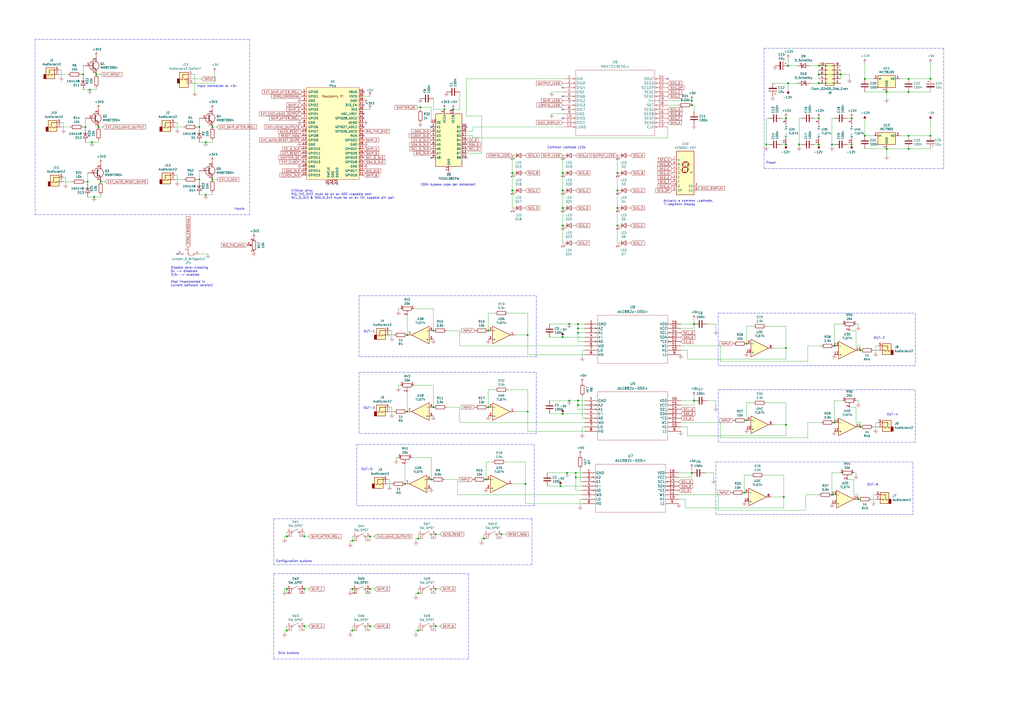
<source format=kicad_sch>
(kicad_sch (version 20211123) (generator eeschema)
  (paper "A2")
  (junction (at 501.65 78.74))
  (junction (at 252.73 309.88))
  (junction (at 234.95 280.67))
  (junction (at 325.12 281.94))
  (junction (at 123.19 73.66))
  (junction (at 474.98 43.18))
  (junction (at 474.98 48.26))
  (junction (at 483.87 245.11))
  (junction (at 50.8 105.41))
  (junction (at 483.87 200.66))
  (junction (at 166.37 341.63))
  (junction (at 176.53 363.22))
  (junction (at 474.98 68.58))
  (junction (at 334.01 276.86))
  (junction (at 242.57 365.76))
  (junction (at 401.32 58.42))
  (junction (at 204.47 341.63))
  (junction (at 326.39 120.65))
  (junction (at 433.07 199.39))
  (junction (at 236.22 194.31))
  (junction (at 539.75 45.72))
  (junction (at 497.84 289.56))
  (junction (at 214.63 311.15))
  (junction (at 252.73 341.63))
  (junction (at 401.32 274.32))
  (junction (at 358.14 110.49))
  (junction (at 455.93 246.38))
  (junction (at 304.8 280.67))
  (junction (at 283.21 191.77))
  (junction (at 214.63 363.22))
  (junction (at 499.11 203.2))
  (junction (at 326.39 240.03))
  (junction (at 176.53 341.63))
  (junction (at 214.63 341.63))
  (junction (at 326.39 195.58))
  (junction (at 58.42 105.41))
  (junction (at 455.93 83.82))
  (junction (at 444.5 83.82))
  (junction (at 514.35 53.34))
  (junction (at 204.47 365.76))
  (junction (at 457.2 48.26))
  (junction (at 119.38 113.03))
  (junction (at 402.59 232.41))
  (junction (at 119.38 82.55))
  (junction (at 57.15 73.66))
  (junction (at 48.26 43.18))
  (junction (at 482.6 83.82))
  (junction (at 482.6 287.02))
  (junction (at 55.88 43.18))
  (junction (at 487.68 43.18))
  (junction (at 297.18 110.49))
  (junction (at 330.2 187.96))
  (junction (at 335.28 190.5))
  (junction (at 335.28 234.95))
  (junction (at 166.37 365.76))
  (junction (at 494.03 83.82))
  (junction (at 335.28 193.04))
  (junction (at 242.57 344.17))
  (junction (at 334.01 274.32))
  (junction (at 290.83 309.88))
  (junction (at 204.47 313.69))
  (junction (at 454.66 288.29))
  (junction (at 236.22 238.76))
  (junction (at 328.93 274.32))
  (junction (at 281.94 278.13))
  (junction (at 401.32 60.96))
  (junction (at 330.2 232.41))
  (junction (at 242.57 312.42))
  (junction (at 457.2 38.1))
  (junction (at 335.28 187.96))
  (junction (at 326.39 110.49))
  (junction (at 326.39 100.33))
  (junction (at 402.59 187.96))
  (junction (at 527.05 53.34))
  (junction (at 297.18 100.33))
  (junction (at 358.14 100.33))
  (junction (at 474.98 83.82))
  (junction (at 306.07 238.76))
  (junction (at 527.05 86.36))
  (junction (at 455.93 68.58))
  (junction (at 539.75 78.74))
  (junction (at 306.07 194.31))
  (junction (at 455.93 201.93))
  (junction (at 257.81 63.5))
  (junction (at 527.05 45.72))
  (junction (at 250.19 278.13))
  (junction (at 280.67 312.42))
  (junction (at 283.21 236.22))
  (junction (at 166.37 311.15))
  (junction (at 501.65 45.72))
  (junction (at 358.14 120.65))
  (junction (at 176.53 311.15))
  (junction (at 527.05 78.74))
  (junction (at 431.8 285.75))
  (junction (at 252.73 363.22))
  (junction (at 53.34 82.55))
  (junction (at 335.28 232.41))
  (junction (at 49.53 73.66))
  (junction (at 463.55 83.82))
  (junction (at 251.46 236.22))
  (junction (at 262.89 63.5))
  (junction (at 474.98 38.1))
  (junction (at 433.07 243.84))
  (junction (at 54.61 114.3))
  (junction (at 115.57 73.66))
  (junction (at 494.03 68.58))
  (junction (at 358.14 130.81))
  (junction (at 123.19 104.14))
  (junction (at 514.35 86.36))
  (junction (at 499.11 247.65))
  (junction (at 243.84 62.23))
  (junction (at 326.39 130.81))
  (junction (at 52.07 52.07))
  (junction (at 251.46 191.77))
  (junction (at 115.57 104.14))
  (no_connect (at 250.19 73.66))
  (no_connect (at 102.87 147.32))
  (no_connect (at 326.39 55.88))
  (no_connect (at 193.04 106.68))
  (no_connect (at 195.58 106.68))
  (no_connect (at 190.5 106.68))
  (no_connect (at 326.39 63.5))
  (no_connect (at 270.51 73.66))
  (no_connect (at 326.39 68.58))
  (no_connect (at 210.82 66.04))
  (no_connect (at 387.35 45.72))
  (no_connect (at 250.19 91.44))
  (no_connect (at 326.39 50.8))
  (no_connect (at 210.82 53.34))
  (no_connect (at 210.82 60.96))
  (no_connect (at 210.82 68.58))
  (no_connect (at 210.82 78.74))
  (no_connect (at 210.82 73.66))
  (no_connect (at 270.51 91.44))
  (wire (pts (xy 508 245.11) (xy 508 248.92)))
  (wire (pts (xy 527.05 45.72) (xy 539.75 45.72)))
  (wire (pts (xy 280.67 312.42) (xy 280.67 309.88)))
  (wire (pts (xy 401.32 276.86) (xy 401.32 274.32)))
  (wire (pts (xy 483.87 83.82) (xy 482.6 83.82)))
  (wire (pts (xy 334.01 276.86) (xy 334.01 274.32)))
  (wire (pts (xy 457.2 38.1) (xy 457.2 34.29)))
  (wire (pts (xy 102.87 74.93) (xy 102.87 71.12)))
  (wire (pts (xy 252.73 341.63) (xy 255.27 341.63)))
  (wire (pts (xy 266.7 63.5) (xy 262.89 63.5)))
  (wire (pts (xy 111.76 45.72) (xy 116.84 45.72)))
  (wire (pts (xy 214.63 341.63) (xy 217.17 341.63)))
  (wire (pts (xy 234.95 280.67) (xy 234.95 269.24)))
  (wire (pts (xy 279.4 313.69) (xy 279.4 312.42)))
  (wire (pts (xy 401.32 58.42) (xy 401.32 60.96)))
  (polyline (pts (xy 416.56 212.09) (xy 416.56 181.61)))
  (wire (pts (xy 415.29 187.96) (xy 415.29 191.77)))
  (wire (pts (xy 231.14 224.79) (xy 231.14 223.52)))
  (wire (pts (xy 436.88 233.68) (xy 433.07 233.68)))
  (wire (pts (xy 306.07 226.06) (xy 306.07 238.76)))
  (wire (pts (xy 337.82 287.02) (xy 265.43 287.02)))
  (wire (pts (xy 203.2 313.69) (xy 204.47 313.69)))
  (wire (pts (xy 290.83 309.88) (xy 293.37 309.88)))
  (wire (pts (xy 335.28 193.04) (xy 335.28 190.5)))
  (wire (pts (xy 496.57 245.11) (xy 496.57 236.22)))
  (wire (pts (xy 252.73 344.17) (xy 252.73 341.63)))
  (wire (pts (xy 337.82 279.4) (xy 336.55 279.4)))
  (wire (pts (xy 474.98 38.1) (xy 487.68 38.1)))
  (wire (pts (xy 339.09 198.12) (xy 335.28 198.12)))
  (wire (pts (xy 251.46 179.07) (xy 251.46 191.77)))
  (wire (pts (xy 49.53 73.66) (xy 49.53 74.93)))
  (wire (pts (xy 454.66 288.29) (xy 454.66 294.64)))
  (wire (pts (xy 297.18 90.17) (xy 297.18 100.33)))
  (wire (pts (xy 335.28 234.95) (xy 335.28 232.41)))
  (wire (pts (xy 115.57 82.55) (xy 119.38 82.55)))
  (wire (pts (xy 238.76 265.43) (xy 250.19 265.43)))
  (wire (pts (xy 241.3 313.69) (xy 241.3 312.42)))
  (polyline (pts (xy 311.15 207.01) (xy 208.28 207.01)))
  (wire (pts (xy 393.7 287.02) (xy 416.56 287.02)))
  (wire (pts (xy 101.6 73.66) (xy 106.68 73.66)))
  (wire (pts (xy 210.82 55.88) (xy 214.63 55.88)))
  (wire (pts (xy 214.63 313.69) (xy 214.63 311.15)))
  (wire (pts (xy 482.6 83.82) (xy 482.6 85.09)))
  (wire (pts (xy 317.5 274.32) (xy 328.93 274.32)))
  (polyline (pts (xy 144.78 22.86) (xy 144.78 124.46)))
  (wire (pts (xy 358.14 120.65) (xy 358.14 130.81)))
  (wire (pts (xy 204.47 344.17) (xy 204.47 341.63)))
  (wire (pts (xy 501.65 69.85) (xy 501.65 78.74)))
  (wire (pts (xy 123.19 82.55) (xy 123.19 81.28)))
  (wire (pts (xy 443.23 275.59) (xy 454.66 275.59)))
  (wire (pts (xy 508 287.02) (xy 506.73 287.02)))
  (wire (pts (xy 483.87 245.11) (xy 483.87 232.41)))
  (wire (pts (xy 506.73 203.2) (xy 509.27 203.2)))
  (wire (pts (xy 125.73 104.14) (xy 123.19 104.14)))
  (wire (pts (xy 318.77 187.96) (xy 330.2 187.96)))
  (wire (pts (xy 410.21 232.41) (xy 415.29 232.41)))
  (wire (pts (xy 35.56 73.66) (xy 40.64 73.66)))
  (wire (pts (xy 463.55 83.82) (xy 463.55 85.09)))
  (wire (pts (xy 336.55 289.56) (xy 336.55 293.37)))
  (wire (pts (xy 487.68 43.18) (xy 487.68 40.64)))
  (polyline (pts (xy 309.88 257.81) (xy 309.88 293.37)))
  (polyline (pts (xy 144.78 22.86) (xy 20.32 22.86)))
  (polyline (pts (xy 415.29 267.97) (xy 529.59 267.97)))
  (wire (pts (xy 58.42 114.3) (xy 58.42 113.03)))
  (wire (pts (xy 306.07 250.19) (xy 306.07 238.76)))
  (wire (pts (xy 527.05 78.74) (xy 539.75 78.74)))
  (wire (pts (xy 251.46 223.52) (xy 251.46 236.22)))
  (wire (pts (xy 497.84 287.02) (xy 497.84 289.56)))
  (wire (pts (xy 36.83 71.12) (xy 35.56 71.12)))
  (wire (pts (xy 38.1 102.87) (xy 36.83 102.87)))
  (polyline (pts (xy 415.29 298.45) (xy 415.29 267.97)))
  (wire (pts (xy 462.28 48.26) (xy 457.2 48.26)))
  (polyline (pts (xy 547.37 27.94) (xy 547.37 97.79)))
  (wire (pts (xy 454.66 294.64) (xy 397.51 294.64)))
  (polyline (pts (xy 416.56 256.54) (xy 416.56 226.06)))
  (wire (pts (xy 210.82 63.5) (xy 214.63 63.5)))
  (wire (pts (xy 326.39 195.58) (xy 339.09 195.58)))
  (wire (pts (xy 433.07 233.68) (xy 433.07 243.84)))
  (wire (pts (xy 326.39 100.33) (xy 326.39 110.49)))
  (wire (pts (xy 474.98 287.02) (xy 467.36 287.02)))
  (wire (pts (xy 397.51 294.64) (xy 397.51 289.56)))
  (wire (pts (xy 124.46 48.26) (xy 124.46 41.91)))
  (wire (pts (xy 495.3 278.13) (xy 491.49 278.13)))
  (wire (pts (xy 58.42 43.18) (xy 55.88 43.18)))
  (wire (pts (xy 165.1 311.15) (xy 166.37 311.15)))
  (wire (pts (xy 339.09 190.5) (xy 335.28 190.5)))
  (polyline (pts (xy 443.23 27.94) (xy 547.37 27.94)))
  (wire (pts (xy 266.7 53.34) (xy 266.7 63.5)))
  (polyline (pts (xy 158.75 327.66) (xy 158.75 300.99)))
  (wire (pts (xy 270.51 67.31) (xy 279.4 67.31)))
  (wire (pts (xy 297.18 100.33) (xy 297.18 110.49)))
  (wire (pts (xy 204.47 365.76) (xy 204.47 363.22)))
  (wire (pts (xy 176.53 344.17) (xy 176.53 341.63)))
  (wire (pts (xy 204.47 313.69) (xy 204.47 311.15)))
  (wire (pts (xy 252.73 309.88) (xy 255.27 309.88)))
  (wire (pts (xy 339.09 187.96) (xy 335.28 187.96)))
  (wire (pts (xy 455.93 208.28) (xy 398.78 208.28)))
  (wire (pts (xy 227.33 191.77) (xy 227.33 195.58)))
  (wire (pts (xy 497.84 189.23) (xy 497.84 187.96)))
  (wire (pts (xy 358.14 90.17) (xy 358.14 100.33)))
  (wire (pts (xy 448.31 201.93) (xy 455.93 201.93)))
  (wire (pts (xy 455.93 83.82) (xy 453.39 83.82)))
  (wire (pts (xy 496.57 236.22) (xy 492.76 236.22)))
  (wire (pts (xy 337.82 292.1) (xy 304.8 292.1)))
  (wire (pts (xy 166.37 308.61) (xy 166.37 311.15)))
  (wire (pts (xy 34.29 43.18) (xy 39.37 43.18)))
  (wire (pts (xy 448.31 48.26) (xy 457.2 48.26)))
  (polyline (pts (xy 158.75 382.27) (xy 158.75 332.74)))
  (wire (pts (xy 60.96 105.41) (xy 58.42 105.41)))
  (wire (pts (xy 514.35 86.36) (xy 514.35 90.17)))
  (wire (pts (xy 38.1 106.68) (xy 38.1 102.87)))
  (wire (pts (xy 224.79 278.13) (xy 226.06 278.13)))
  (wire (pts (xy 285.75 267.97) (xy 281.94 267.97)))
  (wire (pts (xy 496.57 274.32) (xy 495.3 274.32)))
  (wire (pts (xy 226.06 278.13) (xy 226.06 281.94)))
  (wire (pts (xy 527.05 53.34) (xy 514.35 53.34)))
  (wire (pts (xy 539.75 53.34) (xy 527.05 53.34)))
  (wire (pts (xy 393.7 276.86) (xy 401.32 276.86)))
  (wire (pts (xy 46.99 43.18) (xy 48.26 43.18)))
  (wire (pts (xy 242.57 62.23) (xy 243.84 62.23)))
  (wire (pts (xy 496.57 275.59) (xy 496.57 274.32)))
  (wire (pts (xy 492.76 43.18) (xy 492.76 45.72)))
  (wire (pts (xy 474.98 83.82) (xy 472.44 83.82)))
  (wire (pts (xy 497.84 232.41) (xy 496.57 232.41)))
  (wire (pts (xy 115.57 104.14) (xy 115.57 99.06)))
  (wire (pts (xy 50.8 105.41) (xy 50.8 100.33)))
  (wire (pts (xy 496.57 200.66) (xy 499.11 200.66)))
  (wire (pts (xy 521.97 45.72) (xy 527.05 45.72)))
  (wire (pts (xy 387.35 60.96) (xy 393.7 60.96)))
  (wire (pts (xy 242.57 309.88) (xy 242.57 312.42)))
  (wire (pts (xy 496.57 245.11) (xy 499.11 245.11)))
  (wire (pts (xy 48.26 73.66) (xy 49.53 73.66)))
  (wire (pts (xy 293.37 267.97) (xy 304.8 267.97)))
  (wire (pts (xy 176.53 363.22) (xy 179.07 363.22)))
  (wire (pts (xy 495.3 287.02) (xy 497.84 287.02)))
  (wire (pts (xy 387.35 58.42) (xy 401.32 58.42)))
  (wire (pts (xy 115.57 104.14) (xy 115.57 105.41)))
  (wire (pts (xy 454.66 275.59) (xy 454.66 288.29)))
  (wire (pts (xy 455.93 201.93) (xy 455.93 208.28)))
  (wire (pts (xy 242.57 344.17) (xy 242.57 341.63)))
  (wire (pts (xy 236.22 238.76) (xy 236.22 227.33)))
  (wire (pts (xy 444.5 83.82) (xy 444.5 85.09)))
  (wire (pts (xy 335.28 198.12) (xy 335.28 193.04)))
  (wire (pts (xy 487.68 43.18) (xy 492.76 43.18)))
  (wire (pts (xy 252.73 363.22) (xy 255.27 363.22)))
  (wire (pts (xy 474.98 40.64) (xy 474.98 43.18)))
  (wire (pts (xy 240.03 223.52) (xy 251.46 223.52)))
  (wire (pts (xy 402.59 234.95) (xy 402.59 232.41)))
  (wire (pts (xy 114.3 104.14) (xy 115.57 104.14)))
  (wire (pts (xy 214.63 344.17) (xy 214.63 341.63)))
  (wire (pts (xy 241.3 365.76) (xy 242.57 365.76)))
  (wire (pts (xy 416.56 295.91) (xy 467.36 295.91)))
  (wire (pts (xy 482.6 68.58) (xy 483.87 68.58)))
  (wire (pts (xy 228.6 194.31) (xy 226.06 194.31)))
  (wire (pts (xy 402.59 185.42) (xy 402.59 187.96)))
  (wire (pts (xy 287.02 226.06) (xy 283.21 226.06)))
  (wire (pts (xy 339.09 245.11) (xy 266.7 245.11)))
  (polyline (pts (xy 443.23 97.79) (xy 443.23 27.94)))
  (wire (pts (xy 496.57 200.66) (xy 496.57 191.77)))
  (wire (pts (xy 483.87 200.66) (xy 483.87 187.96)))
  (wire (pts (xy 318.77 195.58) (xy 326.39 195.58)))
  (wire (pts (xy 228.6 238.76) (xy 226.06 238.76)))
  (wire (pts (xy 474.98 45.72) (xy 474.98 43.18)))
  (wire (pts (xy 334.01 274.32) (xy 328.93 274.32)))
  (wire (pts (xy 337.82 289.56) (xy 336.55 289.56)))
  (wire (pts (xy 236.22 194.31) (xy 236.22 182.88)))
  (wire (pts (xy 487.68 45.72) (xy 487.68 43.18)))
  (wire (pts (xy 358.14 130.81) (xy 358.14 140.97)))
  (polyline (pts (xy 20.32 124.46) (xy 144.78 124.46)))
  (wire (pts (xy 317.5 281.94) (xy 325.12 281.94)))
  (wire (pts (xy 483.87 232.41) (xy 488.95 232.41)))
  (wire (pts (xy 48.26 43.18) (xy 48.26 38.1)))
  (wire (pts (xy 318.77 232.41) (xy 330.2 232.41)))
  (wire (pts (xy 468.63 254) (xy 468.63 245.11)))
  (wire (pts (xy 298.45 238.76) (xy 306.07 238.76)))
  (wire (pts (xy 339.09 237.49) (xy 335.28 237.49)))
  (wire (pts (xy 52.07 52.07) (xy 55.88 52.07)))
  (wire (pts (xy 297.18 110.49) (xy 297.18 120.65)))
  (wire (pts (xy 55.88 52.07) (xy 55.88 50.8)))
  (wire (pts (xy 281.94 267.97) (xy 281.94 278.13)))
  (wire (pts (xy 410.21 187.96) (xy 415.29 187.96)))
  (wire (pts (xy 398.78 203.2) (xy 394.97 203.2)))
  (wire (pts (xy 326.39 120.65) (xy 326.39 130.81)))
  (wire (pts (xy 214.63 311.15) (xy 217.17 311.15)))
  (wire (pts (xy 243.84 62.23) (xy 243.84 63.5)))
  (wire (pts (xy 455.93 68.58) (xy 453.39 68.58)))
  (wire (pts (xy 36.83 74.93) (xy 36.83 71.12)))
  (wire (pts (xy 483.87 187.96) (xy 488.95 187.96)))
  (wire (pts (xy 394.97 234.95) (xy 402.59 234.95)))
  (wire (pts (xy 337.82 247.65) (xy 337.82 251.46)))
  (wire (pts (xy 501.65 45.72) (xy 506.73 45.72)))
  (wire (pts (xy 468.63 209.55) (xy 468.63 200.66)))
  (wire (pts (xy 539.75 69.85) (xy 539.75 78.74)))
  (polyline (pts (xy 530.86 256.54) (xy 416.56 256.54)))
  (wire (pts (xy 482.6 83.82) (xy 482.6 68.58)))
  (wire (pts (xy 102.87 71.12) (xy 101.6 71.12)))
  (wire (pts (xy 394.97 245.11) (xy 417.83 245.11)))
  (wire (pts (xy 447.04 288.29) (xy 454.66 288.29)))
  (wire (pts (xy 417.83 200.66) (xy 417.83 209.55)))
  (wire (pts (xy 274.32 80.01) (xy 387.35 80.01)))
  (wire (pts (xy 335.28 237.49) (xy 335.28 234.95)))
  (wire (pts (xy 496.57 191.77) (xy 492.76 191.77)))
  (wire (pts (xy 279.4 312.42) (xy 280.67 312.42)))
  (wire (pts (xy 444.5 68.58) (xy 445.77 68.58)))
  (wire (pts (xy 203.2 367.03) (xy 203.2 365.76)))
  (wire (pts (xy 50.8 105.41) (xy 50.8 106.68)))
  (wire (pts (xy 339.09 200.66) (xy 266.7 200.66)))
  (wire (pts (xy 474.98 68.58) (xy 472.44 68.58)))
  (polyline (pts (xy 311.15 171.45) (xy 311.15 207.01)))
  (wire (pts (xy 455.93 233.68) (xy 455.93 246.38)))
  (wire (pts (xy 241.3 345.44) (xy 241.3 344.17)))
  (wire (pts (xy 514.35 86.36) (xy 501.65 86.36)))
  (polyline (pts (xy 309.88 293.37) (xy 207.01 293.37)))
  (wire (pts (xy 339.09 203.2) (xy 337.82 203.2)))
  (wire (pts (xy 455.93 252.73) (xy 398.78 252.73)))
  (wire (pts (xy 435.61 275.59) (xy 431.8 275.59)))
  (polyline (pts (xy 311.15 251.46) (xy 208.28 251.46)))
  (wire (pts (xy 101.6 104.14) (xy 106.68 104.14)))
  (wire (pts (xy 226.06 236.22) (xy 227.33 236.22)))
  (wire (pts (xy 241.3 367.03) (xy 241.3 365.76)))
  (wire (pts (xy 226.06 191.77) (xy 227.33 191.77)))
  (wire (pts (xy 339.09 205.74) (xy 306.07 205.74)))
  (wire (pts (xy 59.69 73.66) (xy 57.15 73.66)))
  (wire (pts (xy 497.84 233.68) (xy 497.84 232.41)))
  (wire (pts (xy 203.2 342.9) (xy 203.2 341.63)))
  (wire (pts (xy 54.61 114.3) (xy 58.42 114.3)))
  (wire (pts (xy 53.34 82.55) (xy 57.15 82.55)))
  (wire (pts (xy 257.81 63.5) (xy 251.46 63.5)))
  (wire (pts (xy 270.51 45.72) (xy 326.39 45.72)))
  (wire (pts (xy 394.97 190.5) (xy 402.59 190.5)))
  (wire (pts (xy 111.76 48.26) (xy 124.46 48.26)))
  (wire (pts (xy 508 200.66) (xy 508 204.47)))
  (wire (pts (xy 414.02 274.32) (xy 414.02 278.13)))
  (wire (pts (xy 476.25 245.11) (xy 468.63 245.11)))
  (wire (pts (xy 417.83 209.55) (xy 468.63 209.55)))
  (wire (pts (xy 339.09 193.04) (xy 335.28 193.04)))
  (wire (pts (xy 514.35 53.34) (xy 514.35 57.15)))
  (wire (pts (xy 114.3 73.66) (xy 115.57 73.66)))
  (wire (pts (xy 229.87 265.43) (xy 231.14 265.43)))
  (wire (pts (xy 521.97 78.74) (xy 527.05 78.74)))
  (wire (pts (xy 402.59 64.77) (xy 402.59 60.96)))
  (wire (pts (xy 113.03 43.18) (xy 111.76 43.18)))
  (wire (pts (xy 387.35 73.66) (xy 387.35 80.01)))
  (wire (pts (xy 326.39 66.04) (xy 320.04 66.04)))
  (polyline (pts (xy 308.61 300.99) (xy 308.61 327.66)))
  (wire (pts (xy 283.21 226.06) (xy 283.21 236.22)))
  (wire (pts (xy 102.87 105.41) (xy 102.87 101.6)))
  (wire (pts (xy 539.75 86.36) (xy 527.05 86.36)))
  (wire (pts (xy 455.93 189.23) (xy 455.93 201.93)))
  (wire (pts (xy 266.7 245.11) (xy 266.7 236.22)))
  (polyline (pts (xy 416.56 181.61) (xy 530.86 181.61)))
  (wire (pts (xy 35.56 40.64) (xy 34.29 40.64)))
  (wire (pts (xy 290.83 312.42) (xy 290.83 309.88)))
  (wire (pts (xy 318.77 240.03) (xy 326.39 240.03)))
  (wire (pts (xy 326.39 130.81) (xy 326.39 140.97)))
  (wire (pts (xy 509.27 200.66) (xy 508 200.66)))
  (wire (pts (xy 326.39 53.34) (xy 320.04 53.34)))
  (wire (pts (xy 166.37 344.17) (xy 166.37 341.63)))
  (wire (pts (xy 325.12 281.94) (xy 337.82 281.94)))
  (wire (pts (xy 115.57 113.03) (xy 119.38 113.03)))
  (wire (pts (xy 266.7 236.22) (xy 259.08 236.22)))
  (wire (pts (xy 337.82 276.86) (xy 334.01 276.86)))
  (wire (pts (xy 398.78 252.73) (xy 398.78 247.65)))
  (polyline (pts (xy 547.37 97.79) (xy 443.23 97.79)))
  (wire (pts (xy 509.27 245.11) (xy 508 245.11)))
  (polyline (pts (xy 208.28 251.46) (xy 208.28 215.9)))
  (wire (pts (xy 402.59 60.96) (xy 401.32 60.96)))
  (wire (pts (xy 176.53 341.63) (xy 179.07 341.63)))
  (wire (pts (xy 306.07 205.74) (xy 306.07 194.31)))
  (wire (pts (xy 339.09 250.19) (xy 306.07 250.19)))
  (wire (pts (xy 231.14 180.34) (xy 231.14 179.07)))
  (polyline (pts (xy 530.86 181.61) (xy 530.86 212.09)))
  (polyline (pts (xy 20.32 22.86) (xy 20.32 124.46)))
  (wire (pts (xy 397.51 289.56) (xy 393.7 289.56)))
  (wire (pts (xy 227.33 280.67) (xy 224.79 280.67)))
  (wire (pts (xy 250.19 62.23) (xy 250.19 71.12)))
  (wire (pts (xy 339.09 242.57) (xy 337.82 242.57)))
  (wire (pts (xy 165.1 342.9) (xy 165.1 341.63)))
  (wire (pts (xy 250.19 265.43) (xy 250.19 278.13)))
  (wire (pts (xy 242.57 365.76) (xy 242.57 363.22)))
  (wire (pts (xy 482.6 287.02) (xy 482.6 274.32)))
  (wire (pts (xy 476.25 200.66) (xy 468.63 200.66)))
  (wire (pts (xy 417.83 254) (xy 468.63 254)))
  (polyline (pts (xy 530.86 226.06) (xy 530.86 256.54)))
  (wire (pts (xy 467.36 295.91) (xy 467.36 287.02)))
  (wire (pts (xy 306.07 181.61) (xy 306.07 194.31)))
  (wire (pts (xy 358.14 100.33) (xy 358.14 110.49)))
  (polyline (pts (xy 311.15 215.9) (xy 311.15 251.46)))
  (wire (pts (xy 240.03 179.07) (xy 251.46 179.07)))
  (wire (pts (xy 166.37 365.76) (xy 166.37 363.22)))
  (wire (pts (xy 337.82 203.2) (xy 337.82 207.01)))
  (polyline (pts (xy 529.59 298.45) (xy 415.29 298.45)))
  (wire (pts (xy 50.8 114.3) (xy 54.61 114.3)))
  (wire (pts (xy 436.88 189.23) (xy 433.07 189.23)))
  (wire (pts (xy 339.09 232.41) (xy 335.28 232.41)))
  (wire (pts (xy 165.1 365.76) (xy 166.37 365.76)))
  (wire (pts (xy 115.57 73.66) (xy 115.57 68.58)))
  (polyline (pts (xy 208.28 171.45) (xy 311.15 171.45)))
  (wire (pts (xy 416.56 287.02) (xy 416.56 295.91)))
  (wire (pts (xy 335.28 232.41) (xy 330.2 232.41)))
  (wire (pts (xy 495.3 287.02) (xy 495.3 278.13)))
  (wire (pts (xy 339.09 247.65) (xy 337.82 247.65)))
  (wire (pts (xy 227.33 236.22) (xy 227.33 240.03)))
  (wire (pts (xy 252.73 365.76) (xy 252.73 363.22)))
  (polyline (pts (xy 271.78 382.27) (xy 158.75 382.27)))
  (wire (pts (xy 241.3 312.42) (xy 242.57 312.42)))
  (wire (pts (xy 335.28 187.96) (xy 330.2 187.96)))
  (wire (pts (xy 229.87 266.7) (xy 229.87 265.43)))
  (wire (pts (xy 266.7 200.66) (xy 266.7 191.77)))
  (polyline (pts (xy 416.56 226.06) (xy 530.86 226.06)))
  (polyline (pts (xy 208.28 207.01) (xy 208.28 171.45)))
  (wire (pts (xy 203.2 365.76) (xy 204.47 365.76)))
  (wire (pts (xy 203.2 341.63) (xy 204.47 341.63)))
  (wire (pts (xy 214.63 363.22) (xy 217.17 363.22)))
  (wire (pts (xy 279.4 67.31) (xy 279.4 88.9)))
  (wire (pts (xy 499.11 245.11) (xy 499.11 247.65)))
  (wire (pts (xy 463.55 83.82) (xy 463.55 68.58)))
  (wire (pts (xy 165.1 312.42) (xy 165.1 311.15)))
  (wire (pts (xy 326.39 240.03) (xy 339.09 240.03)))
  (wire (pts (xy 394.97 200.66) (xy 417.83 200.66)))
  (wire (pts (xy 165.1 341.63) (xy 166.37 341.63)))
  (wire (pts (xy 514.35 53.34) (xy 501.65 53.34)))
  (wire (pts (xy 463.55 68.58) (xy 464.82 68.58)))
  (wire (pts (xy 270.51 76.2) (xy 274.32 76.2)))
  (polyline (pts (xy 207.01 257.81) (xy 309.88 257.81)))
  (wire (pts (xy 339.09 234.95) (xy 335.28 234.95)))
  (wire (pts (xy 297.18 280.67) (xy 304.8 280.67)))
  (wire (pts (xy 102.87 101.6) (xy 101.6 101.6)))
  (polyline (pts (xy 158.75 332.74) (xy 271.78 332.74)))
  (wire (pts (xy 415.29 232.41) (xy 415.29 236.22)))
  (wire (pts (xy 445.77 83.82) (xy 444.5 83.82)))
  (wire (pts (xy 120.65 147.32) (xy 115.57 147.32)))
  (wire (pts (xy 298.45 194.31) (xy 306.07 194.31)))
  (wire (pts (xy 265.43 278.13) (xy 257.81 278.13)))
  (polyline (pts (xy 271.78 332.74) (xy 271.78 382.27)))
  (wire (pts (xy 494.03 83.82) (xy 491.49 83.82)))
  (wire (pts (xy 405.13 107.95) (xy 405.13 110.49)))
  (wire (pts (xy 474.98 38.1) (xy 469.9 38.1)))
  (wire (pts (xy 358.14 110.49) (xy 358.14 120.65)))
  (polyline (pts (xy 208.28 215.9) (xy 311.15 215.9)))
  (polyline (pts (xy 530.86 212.09) (xy 416.56 212.09)))
  (wire (pts (xy 176.53 311.15) (xy 179.07 311.15)))
  (wire (pts (xy 203.2 314.96) (xy 203.2 313.69)))
  (wire (pts (xy 398.78 247.65) (xy 394.97 247.65)))
  (wire (pts (xy 304.8 292.1) (xy 304.8 280.67)))
  (wire (pts (xy 326.39 110.49) (xy 326.39 120.65)))
  (wire (pts (xy 294.64 226.06) (xy 306.07 226.06)))
  (polyline (pts (xy 207.01 293.37) (xy 207.01 257.81)))
  (wire (pts (xy 527.05 86.36) (xy 514.35 86.36)))
  (wire (pts (xy 283.21 181.61) (xy 283.21 191.77)))
  (wire (pts (xy 115.57 73.66) (xy 115.57 74.93)))
  (wire (pts (xy 401.32 271.78) (xy 401.32 274.32)))
  (wire (pts (xy 125.73 73.66) (xy 123.19 73.66)))
  (wire (pts (xy 455.93 246.38) (xy 455.93 252.73)))
  (wire (pts (xy 304.8 267.97) (xy 304.8 280.67)))
  (wire (pts (xy 444.5 189.23) (xy 455.93 189.23)))
  (wire (pts (xy 337.82 242.57) (xy 337.82 229.87)))
  (wire (pts (xy 464.82 83.82) (xy 463.55 83.82)))
  (wire (pts (xy 469.9 48.26) (xy 474.98 48.26)))
  (wire (pts (xy 57.15 82.55) (xy 57.15 81.28)))
  (wire (pts (xy 49.53 73.66) (xy 49.53 68.58)))
  (wire (pts (xy 266.7 191.77) (xy 259.08 191.77)))
  (wire (pts (xy 279.4 88.9) (xy 270.51 88.9)))
  (wire (pts (xy 119.38 82.55) (xy 123.19 82.55)))
  (polyline (pts (xy 308.61 327.66) (xy 158.75 327.66)))
  (wire (pts (xy 48.26 43.18) (xy 48.26 44.45)))
  (wire (pts (xy 274.32 80.01) (xy 274.32 78.74)))
  (wire (pts (xy 402.59 190.5) (xy 402.59 187.96)))
  (wire (pts (xy 251.46 63.5) (xy 251.46 57.15)))
  (wire (pts (xy 457.2 48.26) (xy 457.2 52.07)))
  (wire (pts (xy 274.32 76.2) (xy 274.32 73.66)))
  (wire (pts (xy 433.07 189.23) (xy 433.07 199.39)))
  (wire (pts (xy 482.6 274.32) (xy 487.68 274.32)))
  (wire (pts (xy 501.65 78.74) (xy 506.73 78.74)))
  (wire (pts (xy 448.31 246.38) (xy 455.93 246.38)))
  (wire (pts (xy 265.43 287.02) (xy 265.43 278.13)))
  (wire (pts (xy 334.01 276.86) (xy 334.01 284.48)))
  (wire (pts (xy 49.53 82.55) (xy 53.34 82.55)))
  (wire (pts (xy 336.55 279.4) (xy 336.55 271.78)))
  (wire (pts (xy 243.84 62.23) (xy 250.19 62.23)))
  (wire (pts (xy 501.65 36.83) (xy 501.65 45.72)))
  (wire (pts (xy 214.63 365.76) (xy 214.63 363.22)))
  (wire (pts (xy 462.28 38.1) (xy 457.2 38.1)))
  (polyline (pts (xy 158.75 300.99) (xy 308.61 300.99)))
  (wire (pts (xy 123.19 113.03) (xy 123.19 111.76)))
  (wire (pts (xy 393.7 274.32) (xy 401.32 274.32)))
  (wire (pts (xy 506.73 287.02) (xy 506.73 290.83)))
  (wire (pts (xy 398.78 208.28) (xy 398.78 203.2)))
  (wire (pts (xy 497.84 187.96) (xy 496.57 187.96)))
  (wire (pts (xy 35.56 44.45) (xy 35.56 40.64)))
  (wire (pts (xy 431.8 275.59) (xy 431.8 285.75)))
  (wire (pts (xy 36.83 105.41) (xy 41.91 105.41)))
  (wire (pts (xy 49.53 105.41) (xy 50.8 105.41)))
  (wire (pts (xy 335.28 190.5) (xy 335.28 187.96)))
  (wire (pts (xy 494.03 68.58) (xy 491.49 68.58)))
  (wire (pts (xy 113.03 43.18) (xy 113.03 53.34)))
  (polyline (pts (xy 529.59 267.97) (xy 529.59 298.45)))
  (wire (pts (xy 417.83 245.11) (xy 417.83 254)))
  (wire (pts (xy 48.26 52.07) (xy 52.07 52.07)))
  (wire (pts (xy 270.51 45.72) (xy 270.51 67.31)))
  (wire (pts (xy 176.53 365.76) (xy 176.53 363.22)))
  (wire (pts (xy 241.3 344.17) (xy 242.57 344.17)))
  (wire (pts (xy 337.82 274.32) (xy 334.01 274.32)))
  (wire (pts (xy 474.98 48.26) (xy 487.68 48.26)))
  (wire (pts (xy 499.11 200.66) (xy 499.11 203.2)))
  (wire (pts (xy 294.64 181.61) (xy 306.07 181.61)))
  (wire (pts (xy 274.32 78.74) (xy 270.51 78.74)))
  (wire (pts (xy 231.14 223.52) (xy 232.41 223.52)))
  (wire (pts (xy 444.5 233.68) (xy 455.93 233.68)))
  (wire (pts (xy 394.97 187.96) (xy 402.59 187.96)))
  (wire (pts (xy 402.59 229.87) (xy 402.59 232.41)))
  (wire (pts (xy 474.98 43.18) (xy 487.68 43.18)))
  (wire (pts (xy 408.94 274.32) (xy 414.02 274.32)))
  (wire (pts (xy 231.14 179.07) (xy 232.41 179.07)))
  (wire (pts (xy 506.73 247.65) (xy 509.27 247.65)))
  (wire (pts (xy 176.53 308.61) (xy 176.53 311.15)))
  (wire (pts (xy 444.5 83.82) (xy 444.5 68.58)))
  (wire (pts (xy 539.75 36.83) (xy 539.75 45.72)))
  (wire (pts (xy 274.32 73.66) (xy 326.39 73.66)))
  (wire (pts (xy 287.02 181.61) (xy 283.21 181.61)))
  (wire (pts (xy 252.73 309.88) (xy 252.73 312.42)))
  (wire (pts (xy 505.46 289.56) (xy 508 289.56)))
  (wire (pts (xy 326.39 90.17) (xy 326.39 100.33)))
  (wire (pts (xy 394.97 232.41) (xy 402.59 232.41)))
  (wire (pts (xy 165.1 367.03) (xy 165.1 365.76)))
  (wire (pts (xy 337.82 284.48) (xy 334.01 284.48)))
  (wire (pts (xy 119.38 113.03) (xy 123.19 113.03)))
  (text "Common cathode LEDs" (at 317.5 86.36 0) (effects (font (size 1.27 1.27)) (justify left bottom)))
  (text "Actually a common _cathode_\n7-segment display" (at 384.81 119.38 0) (effects (font (size 1.27 1.27)) (justify left bottom)))
  (text "100n bypass caps per datasheet" (at 243.84 107.95 0) (effects (font (size 1.27 1.27)) (justify left bottom)))
  (text "Power" (at 444.5 95.25 0) (effects (font (size 1.27 1.27)) (justify left bottom)))
  (text "Input normalled to +5v" (at 114.3 50.8 0) (effects (font (size 1.27 1.27)) (justify left bottom)))
  (text "OUT-4" (at 514.35 241.3 0) (effects (font (size 1.27 1.27)) (justify left bottom)))
  (text "OUT-1" (at 210.82 193.04 0) (effects (font (size 1.27 1.27)) (justify left bottom)))
  (text "OUT-3" (at 210.82 237.49 0) (effects (font (size 1.27 1.27)) (justify left bottom)))
  (text "Disable zero-crossing\n0v -> disabled\n3.3v -> enabled\n\n(Not implemented in\ncurrent software version)" (at 99.06 166.37 0) (effects (font (size 1.27 1.27)) (justify left bottom)))
  (text "OUT-6" (at 502.92 281.94 0) (effects (font (size 1.27 1.27)) (justify left bottom)))
  (text "OUT-5" (at 209.55 273.05 0) (effects (font (size 1.27 1.27)) (justify left bottom)))
  (text "Skip buttons" (at 161.29 379.73 0) (effects (font (size 1.27 1.27)) (justify left bottom)))
  (text "OUT-2" (at 506.73 196.85 0) (effects (font (size 1.27 1.27)) (justify left bottom)))
  (text "Inputs" (at 135.89 121.92 0) (effects (font (size 1.27 1.27)) (justify left bottom)))
  (text "Critical pins:\nRIG_THE_DICE must be on an ADC-capable port\nSCL_0_3v3 & SDA_0_3v3 must be on an i2c capable pin pair" (at 168.91 115.57 0) (effects (font (size 1.27 1.27)) (justify left bottom)))
  (text "Configuration buttons" (at 160.02 326.39 0) (effects (font (size 1.27 1.27)) (justify left bottom)))
  (global_label "SEG_DP" (shape input) (at 387.35 50.8 0) (property "Intersheet References" "${INTERSHEET_REFS}" (effects hide)))
  (global_label "EXT_SKIP_AFTER_ROLL" (shape input) (at 175.26 53.34 180) (property "Intersheet References" "${INTERSHEET_REFS}" (effects hide)))
  (global_label "EXT_CLOCK" (shape input) (at 125.73 104.14 0) (property "Intersheet References" "${INTERSHEET_REFS}" (effects hide)))
  (global_label "SEG_D" (shape input) (at 365.76 120.65 0) (property "Intersheet References" "${INTERSHEET_REFS}" (effects hide)))
  (global_label "EXCLUSIVE_OUTPUTS" (shape input) (at 175.26 73.66 180) (property "Intersheet References" "${INTERSHEET_REFS}" (effects hide)))
  (global_label "SKIP_2" (shape input) (at 210.82 81.28 0) (property "Intersheet References" "${INTERSHEET_REFS}" (effects hide)))
  (global_label "INPUT" (shape input) (at 424.18 285.75 180) (property "Intersheet References" "${INTERSHEET_REFS}" (effects hide)))
  (global_label "ZERO_CROSSING" (shape input) (at 109.22 143.51 90) (property "Intersheet References" "${INTERSHEET_REFS}" (effects hide)))
  (global_label "CLOCK_3v3" (shape input) (at 250.19 78.74 180) (property "Intersheet References" "${INTERSHEET_REFS}" (effects hide)))
  (global_label "EXCLUSIVE_OUTPUTS" (shape input) (at 217.17 311.15 0) (property "Intersheet References" "${INTERSHEET_REFS}" (effects hide)))
  (global_label "SEG_B" (shape input) (at 389.89 95.25 180) (property "Intersheet References" "${INTERSHEET_REFS}" (effects hide)))
  (global_label "SEG_C" (shape input) (at 365.76 110.49 0) (property "Intersheet References" "${INTERSHEET_REFS}" (effects hide)))
  (global_label "SDA_0" (shape input) (at 394.97 240.03 0) (property "Intersheet References" "${INTERSHEET_REFS}" (effects hide)))
  (global_label "SEG_D" (shape input) (at 387.35 48.26 0) (property "Intersheet References" "${INTERSHEET_REFS}" (effects hide)))
  (global_label "SCL_0" (shape input) (at 270.51 86.36 0) (property "Intersheet References" "${INTERSHEET_REFS}" (effects hide)))
  (global_label "CONFIG_LEDS" (shape input) (at 326.39 60.96 180) (property "Intersheet References" "${INTERSHEET_REFS}" (effects hide)))
  (global_label "SEG_G" (shape input) (at 389.89 107.95 180) (property "Intersheet References" "${INTERSHEET_REFS}" (effects hide)))
  (global_label "OUTPUT_LEDS" (shape input) (at 326.39 48.26 180) (property "Intersheet References" "${INTERSHEET_REFS}" (effects hide)))
  (global_label "CONFIG_LEDS" (shape input) (at 297.18 90.17 180) (property "Intersheet References" "${INTERSHEET_REFS}" (effects hide)))
  (global_label "SHIFTER_OE" (shape input) (at 175.26 91.44 180) (property "Intersheet References" "${INTERSHEET_REFS}" (effects hide)))
  (global_label "SHIFTER_OE" (shape input) (at 242.57 62.23 180) (property "Intersheet References" "${INTERSHEET_REFS}" (effects hide)))
  (global_label "DIN_3v3" (shape input) (at 210.82 99.06 0) (property "Intersheet References" "${INTERSHEET_REFS}" (effects hide)))
  (global_label "SDA_0" (shape input) (at 393.7 281.94 0) (property "Intersheet References" "${INTERSHEET_REFS}" (effects hide)))
  (global_label "SKIP_1" (shape input) (at 179.07 341.63 0) (property "Intersheet References" "${INTERSHEET_REFS}" (effects hide)))
  (global_label "SEG_A" (shape input) (at 304.8 90.17 0) (property "Intersheet References" "${INTERSHEET_REFS}" (effects hide)))
  (global_label "LOAD_3v3" (shape input) (at 175.26 99.06 180) (property "Intersheet References" "${INTERSHEET_REFS}" (effects hide)))
  (global_label "CE_0" (shape input) (at 270.51 81.28 0) (property "Intersheet References" "${INTERSHEET_REFS}" (effects hide)))
  (global_label "SKIP_5" (shape input) (at 210.82 88.9 0) (property "Intersheet References" "${INTERSHEET_REFS}" (effects hide)))
  (global_label "EXT_AUTO_RESET_SKIPS" (shape input) (at 175.26 81.28 180) (property "Intersheet References" "${INTERSHEET_REFS}" (effects hide)))
  (global_label "SKIP_5" (shape input) (at 217.17 363.22 0) (property "Intersheet References" "${INTERSHEET_REFS}" (effects hide)))
  (global_label "SEG_D" (shape input) (at 334.01 120.65 0) (property "Intersheet References" "${INTERSHEET_REFS}" (effects hide)))
  (global_label "SCL_0_3v3" (shape input) (at 250.19 86.36 180) (property "Intersheet References" "${INTERSHEET_REFS}" (effects hide)))
  (global_label "DIN_3v3" (shape input) (at 250.19 88.9 180) (property "Intersheet References" "${INTERSHEET_REFS}" (effects hide)))
  (global_label "SCL_0" (shape input) (at 394.97 193.04 0) (property "Intersheet References" "${INTERSHEET_REFS}" (effects hide)))
  (global_label "INPUT" (shape input) (at 425.45 199.39 180) (property "Intersheet References" "${INTERSHEET_REFS}" (effects hide)))
  (global_label "SKIP_6" (shape input) (at 255.27 363.22 0) (property "Intersheet References" "${INTERSHEET_REFS}" (effects hide)))
  (global_label "CE_0" (shape input) (at 394.97 242.57 0) (property "Intersheet References" "${INTERSHEET_REFS}" (effects hide)))
  (global_label "DICE_DISPLAY" (shape input) (at 326.39 71.12 180) (property "Intersheet References" "${INTERSHEET_REFS}" (effects hide)))
  (global_label "SKIP_4" (shape input) (at 210.82 86.36 0) (property "Intersheet References" "${INTERSHEET_REFS}" (effects hide)))
  (global_label "SEG_B" (shape input) (at 304.8 100.33 0) (property "Intersheet References" "${INTERSHEET_REFS}" (effects hide)))
  (global_label "RESET_NOW" (shape input) (at 293.37 309.88 0) (property "Intersheet References" "${INTERSHEET_REFS}" (effects hide)))
  (global_label "SKIP_AFTER_ROLL" (shape input) (at 179.07 311.15 0) (property "Intersheet References" "${INTERSHEET_REFS}" (effects hide)))
  (global_label "SKIP_LEDS" (shape input) (at 326.39 58.42 180) (property "Intersheet References" "${INTERSHEET_REFS}" (effects hide)))
  (global_label "SDA_0_3v3" (shape input) (at 250.19 83.82 180) (property "Intersheet References" "${INTERSHEET_REFS}" (effects hide)))
  (global_label "SCL_0" (shape input) (at 394.97 237.49 0) (property "Intersheet References" "${INTERSHEET_REFS}" (effects hide)))
  (global_label "INPUT" (shape input) (at 116.84 45.72 0) (property "Intersheet References" "${INTERSHEET_REFS}" (effects hide)))
  (global_label "EXT_EXCLUSIVE_OUTPUT" (shape input) (at 175.26 66.04 180) (property "Intersheet References" "${INTERSHEET_REFS}" (effects hide)))
  (global_label "INPUT" (shape input) (at 275.59 236.22 180) (property "Intersheet References" "${INTERSHEET_REFS}" (effects hide)))
  (global_label "SEG_E" (shape input) (at 387.35 53.34 0) (property "Intersheet References" "${INTERSHEET_REFS}" (effects hide)))
  (global_label "SEG_F" (shape input) (at 387.35 68.58 0) (property "Intersheet References" "${INTERSHEET_REFS}" (effects hide)))
  (global_label "CE_0_3v3" (shape input) (at 250.19 81.28 180) (property "Intersheet References" "${INTERSHEET_REFS}" (effects hide)))
  (global_label "SDA_0_3v3" (shape input) (at 210.82 93.98 0) (property "Intersheet References" "${INTERSHEET_REFS}" (effects hide)))
  (global_label "SEG_A" (shape input) (at 365.76 90.17 0) (property "Intersheet References" "${INTERSHEET_REFS}" (effects hide)))
  (global_label "SEG_C" (shape input) (at 389.89 97.79 180) (property "Intersheet References" "${INTERSHEET_REFS}" (effects hide)))
  (global_label "ZERO_CROSSING" (shape input) (at 175.26 55.88 180) (property "Intersheet References" "${INTERSHEET_REFS}" (effects hide)))
  (global_label "SEG_A" (shape input) (at 389.89 92.71 180) (property "Intersheet References" "${INTERSHEET_REFS}" (effects hide)))
  (global_label "SCL_0_3v3" (shape input) (at 210.82 91.44 0) (property "Intersheet References" "${INTERSHEET_REFS}" (effects hide)))
  (global_label "SKIP_3" (shape input) (at 175.26 63.5 180) (property "Intersheet References" "${INTERSHEET_REFS}" (effects hide)))
  (global_label "SDA_0" (shape input) (at 394.97 195.58 0) (property "Intersheet References" "${INTERSHEET_REFS}" (effects hide)))
  (global_label "SKIP_6" (shape input) (at 210.82 101.6 0) (property "Intersheet References" "${INTERSHEET_REFS}" (effects hide)))
  (global_label "SEG_DP" (shape input) (at 389.89 110.49 180) (property "Intersheet References" "${INTERSHEET_REFS}" (effects hide)))
  (global_label "SEG_C" (shape input) (at 387.35 55.88 0) (property "Intersheet References" "${INTERSHEET_REFS}" (effects hide)))
  (global_label "SEG_A" (shape input) (at 387.35 71.12 0) (property "Intersheet References" "${INTERSHEET_REFS}" (effects hide)))
  (global_label "INPUT" (shape input) (at 275.59 191.77 180) (property "Intersheet References" "${INTERSHEET_REFS}" (effects hide)))
  (global_label "CLOCK_3v3" (shape input) (at 175.26 101.6 180) (property "Intersheet References" "${INTERSHEET_REFS}" (effects hide)))
  (global_label "CE_0_3v3" (shape input) (at 175.26 86.36 180) (property "Intersheet References" "${INTERSHEET_REFS}" (effects hide)))
  (global_label "SKIP_AFTER_ROLL" (shape input) (at 175.26 68.58 180) (property "Intersheet References" "${INTERSHEET_REFS}" (effects hide)))
  (global_label "EXT_SKIP_AFTER_ROLL" (shape input) (at 125.73 73.66 0) (property "Intersheet References" "${INTERSHEET_REFS}" (effects hide)))
  (global_label "SKIP_1" (shape input) (at 175.26 60.96 180) (property "Intersheet References" "${INTERSHEET_REFS}" (effects hide)))
  (global_label "DICE_DISPLAY" (shape input) (at 405.13 109.22 0) (property "Intersheet References" "${INTERSHEET_REFS}" (effects hide)))
  (global_label "EXT_CLOCK" (shape input) (at 175.26 93.98 180) (property "Intersheet References" "${INTERSHEET_REFS}" (effects hide)))
  (global_label "SEG_C" (shape input) (at 304.8 110.49 0) (property "Intersheet References" "${INTERSHEET_REFS}" (effects hide)))
  (global_label "CE_0" (shape input) (at 394.97 198.12 0) (property "Intersheet References" "${INTERSHEET_REFS}" (effects hide)))
  (global_label "OUTPUT_LEDS" (shape input) (at 358.14 90.17 180) (property "Intersheet References" "${INTERSHEET_REFS}" (effects hide)))
  (global_label "RIG_THE_DICE" (shape input) (at 143.51 142.24 180) (property "Intersheet References" "${INTERSHEET_REFS}" (effects hide)))
  (global_label "SEG_F" (shape input) (at 389.89 105.41 180) (property "Intersheet References" "${INTERSHEET_REFS}" (effects hide)))
  (global_label "CE_0" (shape input) (at 393.7 284.48 0) (property "Intersheet References" "${INTERSHEET_REFS}" (effects hide)))
  (global_label "EXT_AUTO_RESET_SKIPS" (shape input) (at 60.96 105.41 0) (property "Intersheet References" "${INTERSHEET_REFS}" (effects hide)))
  (global_label "EXT_RESET" (shape input) (at 175.26 88.9 180) (property "Intersheet References" "${INTERSHEET_REFS}" (effects hide)))
  (global_label "SEG_D" (shape input) (at 389.89 100.33 180) (property "Intersheet References" "${INTERSHEET_REFS}" (effects hide)))
  (global_label "SEG_B" (shape input) (at 387.35 66.04 0) (property "Intersheet References" "${INTERSHEET_REFS}" (effects hide)))
  (global_label "INPUT" (shape input) (at 274.32 278.13 180) (property "Intersheet References" "${INTERSHEET_REFS}" (effects hide)))
  (global_label "SKIP_4" (shape input) (at 179.07 363.22 0) (property "Intersheet References" "${INTERSHEET_REFS}" (effects hide)))
  (global_label "SEG_E" (shape input) (at 389.89 102.87 180) (property "Intersheet References" "${INTERSHEET_REFS}" (effects hide)))
  (global_label "SCL_0" (shape input) (at 393.7 279.4 0) (property "Intersheet References" "${INTERSHEET_REFS}" (effects hide)))
  (global_label "SKIP_3" (shape input) (at 255.27 341.63 0) (property "Intersheet References" "${INTERSHEET_REFS}" (effects hide)))
  (global_label "SEG_E" (shape input) (at 365.76 130.81 0) (property "Intersheet References" "${INTERSHEET_REFS}" (effects hide)))
  (global_label "SKIP_2" (shape input) (at 217.17 341.63 0) (property "Intersheet References" "${INTERSHEET_REFS}" (effects hide)))
  (global_label "SDA_0" (shape input) (at 270.51 83.82 0) (property "Intersheet References" "${INTERSHEET_REFS}" (effects hide)))
  (global_label "INPUT" (shape input) (at 425.45 243.84 180) (property "Intersheet References" "${INTERSHEET_REFS}" (effects hide)))
  (global_label "SEG_C" (shape input) (at 334.01 110.49 0) (property "Intersheet References" "${INTERSHEET_REFS}" (effects hide)))
  (global_label "RESET_NOW" (shape input) (at 175.26 78.74 180) (property "Intersheet References" "${INTERSHEET_REFS}" (effects hide)))
  (global_label "SEG_B" (shape input) (at 365.76 100.33 0) (property "Intersheet References" "${INTERSHEET_REFS}" (effects hide)))
  (global_label "SEG_F" (shape input) (at 334.01 140.97 0) (property "Intersheet References" "${INTERSHEET_REFS}" (effects hide)))
  (global_label "SEG_F" (shape input) (at 365.76 140.97 0) (property "Intersheet References" "${INTERSHEET_REFS}" (effects hide)))
  (global_label "EXT_EXCLUSIVE_OUTPUT" (shape input) (at 59.69 73.66 0) (property "Intersheet References" "${INTERSHEET_REFS}" (effects hide)))
  (global_label "SEG_E" (shape input) (at 334.01 130.81 0) (property "Intersheet References" "${INTERSHEET_REFS}" (effects hide)))
  (global_label "SKIP_LEDS" (shape input) (at 326.39 90.17 180) (property "Intersheet References" "${INTERSHEET_REFS}" (effects hide)))
  (global_label "SEG_A" (shape input) (at 334.01 90.17 0) (property "Intersheet References" "${INTERSHEET_REFS}" (effects hide)))
  (global_label "SEG_D" (shape input) (at 304.8 120.65 0) (property "Intersheet References" "${INTERSHEET_REFS}" (effects hide)))
  (global_label "EXT_RESET" (shape input) (at 58.42 43.18 0) (property "Intersheet References" "${INTERSHEET_REFS}" (effects hide)))
  (global_label "RIG_THE_DICE" (shape input) (at 210.82 76.2 0) (property "Intersheet References" "${INTERSHEET_REFS}" (effects hide)))
  (global_label "SEG_G" (shape input) (at 387.35 63.5 0) (property "Intersheet References" "${INTERSHEET_REFS}" (effects hide)))
  (global_label "LOAD_3v3" (shape input) (at 250.19 76.2 180) (property "Intersheet References" "${INTERSHEET_REFS}" (effects hide)))
  (global_label "AUTO_RESET" (shape input) (at 175.26 76.2 180) (property "Intersheet References" "${INTERSHEET_REFS}" (effects hide)))
  (global_label "AUTO_RESET" (shape input) (at 255.27 309.88 0) (property "Intersheet References" "${INTERSHEET_REFS}" (effects hide)))
  (global_label "SEG_B" (shape input) (at 334.01 100.33 0) (property "Intersheet References" "${INTERSHEET_REFS}" (effects hide)))
  (symbol (lib_id "Device:D_Schottky") (at 466.09 38.1 0) (unit 1)
    (property "Reference" "D9" (at 466.09 32.6136 0))
    (property "Value" "D_Schottky" (at 466.09 34.925 0))
    (property "Footprint" "Diode_THT:D_A-405_P7.62mm_Horizontal" (effects hide))
  )
  (symbol (lib_id "Device:D_Schottky") (at 466.09 48.26 180) (unit 1)
    (property "Reference" "D10" (at 466.09 42.7736 0))
    (property "Value" "D_Schottky" (at 466.09 45.085 0))
    (property "Footprint" "Diode_THT:D_A-405_P7.62mm_Horizontal" (effects hide))
  )
  (symbol (lib_id "Connector_Generic:Conn_02x05_Odd_Even") (at 482.6 43.18 180) (unit 1)
    (property "Reference" "J6" (at 481.33 53.7718 0))
    (property "Value" "Conn_02x05_Odd_Even" (at 481.33 51.4604 0))
    (property "Footprint" "Connector_IDC:IDC-Header_2x05_P2.54mm_Vertical" (effects hide))
  )
  (symbol (lib_id "power:+12V") (at 457.2 34.29 0) (unit 1)
    (property "Reference" "#PWR056" (effects hide))
    (property "Value" "+12V" (at 457.581 29.8958 0))
  )
  (symbol (lib_id "power:-12V") (at 457.2 52.07 180) (unit 1)
    (property "Reference" "#PWR057" (effects hide))
    (property "Value" "-12V" (at 456.819 56.4642 0))
  )
  (symbol (lib_id "Regulator_Linear:MC78L05_TO92") (at 514.35 45.72 0) (unit 1)
    (property "Reference" "U11" (at 514.35 39.5732 0))
    (property "Value" "MC78L05" (at 514.35 41.8846 0))
    (property "Footprint" "Package_TO_SOT_THT:TO-92_Inline_Wide" (effects hide))
    (property "Datasheet" "http://www.fairchildsemi.com/ds/LM/LM78L05A.pdf" (effects hide))
  )
  (symbol (lib_id "power:+12V") (at 501.65 36.83 0) (unit 1)
    (property "Reference" "#PWR068" (effects hide))
    (property "Value" "+12V" (at 502.031 32.4358 0))
  )
  (symbol (lib_id "power:Earth") (at 514.35 57.15 0) (unit 1)
    (property "Reference" "#PWR073" (effects hide))
    (property "Value" "Earth" (effects hide))
  )
  (symbol (lib_id "Device:C") (at 501.65 49.53 0) (unit 1)
    (property "Reference" "C20" (at 504.571 48.3616 0) (effects (justify left)))
    (property "Value" "100n" (at 504.571 50.673 0) (effects (justify left)))
    (property "Footprint" "Capacitor_SMD:C_0805_2012Metric" (effects hide))
  )
  (symbol (lib_id "Device:C") (at 527.05 49.53 0) (unit 1)
    (property "Reference" "C22" (at 529.971 48.3616 0) (effects (justify left)))
    (property "Value" "100n" (at 529.971 50.673 0) (effects (justify left)))
    (property "Footprint" "Capacitor_SMD:C_0805_2012Metric" (effects hide))
  )
  (symbol (lib_id "d6-rescue:CP-Device") (at 539.75 49.53 0) (unit 1)
    (property "Reference" "C24" (at 542.7472 48.3616 0) (effects (justify left)))
    (property "Value" "10u" (at 542.7472 50.673 0) (effects (justify left)))
    (property "Footprint" "Capacitor_THT:CP_Radial_D5.0mm_P2.50mm" (effects hide))
  )
  (symbol (lib_id "power:+5V") (at 539.75 36.83 0) (unit 1)
    (property "Reference" "#PWR075" (effects hide))
    (property "Value" "+5V" (at 540.131 32.4358 0))
  )
  (symbol (lib_id "power:Earth") (at 492.76 45.72 0) (unit 1)
    (property "Reference" "#PWR065" (effects hide))
    (property "Value" "Earth" (effects hide))
  )
  (symbol (lib_id "d6-rescue:CP-Device") (at 448.31 52.07 180) (unit 1)
    (property "Reference" "C12" (at 451.3072 50.9016 0) (effects (justify right)))
    (property "Value" "10u" (at 451.3072 53.213 0) (effects (justify right)))
    (property "Footprint" "Capacitor_THT:CP_Radial_D5.0mm_P2.50mm" (effects hide))
  )
  (symbol (lib_id "d6-rescue:CP-Device") (at 453.39 38.1 270) (unit 1)
    (property "Reference" "C15" (at 453.39 31.623 90))
    (property "Value" "10u" (at 453.39 33.9344 90))
    (property "Footprint" "Capacitor_THT:CP_Radial_D5.0mm_P2.50mm" (effects hide))
  )
  (symbol (lib_id "power:Earth") (at 448.31 55.88 0) (unit 1)
    (property "Reference" "#PWR052" (effects hide))
    (property "Value" "Earth" (effects hide))
  )
  (symbol (lib_id "power:Earth") (at 449.58 38.1 0) (unit 1)
    (property "Reference" "#PWR053" (effects hide))
    (property "Value" "Earth" (effects hide))
  )
  (symbol (lib_id "MAX:MAX7219ENG+") (at 326.39 45.72 0) (unit 1)
    (property "Reference" "U6" (at 356.87 35.8902 0) (effects (font (size 1.524 1.524))))
    (property "Value" "MAX7219ENG+" (at 356.87 38.5826 0) (effects (font (size 1.524 1.524))))
    (property "Footprint" "Package_SO:SOIC-24W_7.5x15.4mm_P1.27mm" (effects hide))
  )
  (symbol (lib_id "power:+5V") (at 401.32 58.42 0) (unit 1)
    (property "Reference" "#PWR039" (effects hide))
    (property "Value" "+5V" (at 401.701 54.0258 0))
  )
  (symbol (lib_id "Device:R") (at 397.51 60.96 270) (unit 1)
    (property "Reference" "R24" (at 397.51 55.7022 90))
    (property "Value" "9.53k" (at 397.51 58.0136 90))
    (property "Footprint" "Resistor_SMD:R_0805_2012Metric" (effects hide))
  )
  (symbol (lib_id "Display_Character:KCSA02-107") (at 397.51 100.33 0) (unit 1)
    (property "Reference" "U10" (at 397.51 83.3882 0))
    (property "Value" "KCSA02-107" (at 397.51 85.6996 0))
    (property "Footprint" "Display_7Segment:7SegmentLED_LTS6760_LTS6780" (effects hide))
    (property "Datasheet" "http://www.kingbright.com/attachments/file/psearch/000/00/00/KCSA02-107(Ver.10A).pdf" (effects hide))
  )
  (symbol (lib_id "power:Earth") (at 320.04 66.04 0) (unit 1)
    (property "Reference" "#PWR024" (effects hide))
    (property "Value" "Earth" (effects hide))
  )
  (symbol (lib_id "power:Earth") (at 320.04 53.34 0) (unit 1)
    (property "Reference" "#PWR023" (effects hide))
    (property "Value" "Earth" (effects hide))
  )
  (symbol (lib_id "Device:LED") (at 361.95 90.17 0) (unit 1)
    (property "Reference" "D2" (at 361.7722 96.647 0))
    (property "Value" "LED" (at 361.7722 94.3356 0))
    (property "Footprint" "LED_THT:LED_D3.0mm" (effects hide))
  )
  (symbol (lib_id "Device:LED") (at 361.95 100.33 0) (unit 1)
    (property "Reference" "D3" (at 361.7722 106.807 0))
    (property "Value" "LED" (at 361.7722 104.4956 0))
    (property "Footprint" "LED_THT:LED_D3.0mm" (effects hide))
  )
  (symbol (lib_id "Device:LED") (at 361.95 110.49 0) (unit 1)
    (property "Reference" "D4" (at 361.7722 116.967 0))
    (property "Value" "LED" (at 361.7722 114.6556 0))
    (property "Footprint" "LED_THT:LED_D3.0mm" (effects hide))
  )
  (symbol (lib_id "Device:LED") (at 361.95 120.65 0) (unit 1)
    (property "Reference" "D5" (at 361.7722 127.127 0))
    (property "Value" "LED" (at 361.7722 124.8156 0))
    (property "Footprint" "LED_THT:LED_D3.0mm" (effects hide))
  )
  (symbol (lib_id "Device:LED") (at 361.95 130.81 0) (unit 1)
    (property "Reference" "D6" (at 361.7722 137.287 0))
    (property "Value" "LED" (at 361.7722 134.9756 0))
    (property "Footprint" "LED_THT:LED_D3.0mm" (effects hide))
  )
  (symbol (lib_id "Device:LED") (at 361.95 140.97 0) (unit 1)
    (property "Reference" "D7" (at 361.7722 147.447 0))
    (property "Value" "LED" (at 361.7722 145.1356 0))
    (property "Footprint" "LED_THT:LED_D3.0mm" (effects hide))
  )
  (symbol (lib_id "power:Earth") (at 165.1 312.42 0) (unit 1)
    (property "Reference" "#PWR0129" (effects hide))
    (property "Value" "Earth" (effects hide))
  )
  (symbol (lib_id "power:Earth") (at 203.2 314.96 0) (unit 1)
    (property "Reference" "#PWR0130" (effects hide))
    (property "Value" "Earth" (effects hide))
  )
  (symbol (lib_id "power:Earth") (at 241.3 313.69 0) (unit 1)
    (property "Reference" "#PWR0131" (effects hide))
    (property "Value" "Earth" (effects hide))
  )
  (symbol (lib_id "Device:C") (at 402.59 68.58 180) (unit 1)
    (property "Reference" "C11" (at 405.511 67.4116 0) (effects (justify right)))
    (property "Value" "100n" (at 405.511 69.723 0) (effects (justify right)))
    (property "Footprint" "Capacitor_SMD:C_0805_2012Metric" (effects hide))
  )
  (symbol (lib_id "power:Earth") (at 402.59 72.39 0) (unit 1)
    (property "Reference" "#PWR047" (effects hide))
    (property "Value" "Earth" (effects hide))
  )
  (symbol (lib_id "power:Earth") (at 241.3 345.44 0) (unit 1)
    (property "Reference" "#PWR0132" (effects hide))
    (property "Value" "Earth" (effects hide))
  )
  (symbol (lib_id "DS1882:ds1882z-050+") (at 339.09 187.96 0) (unit 1)
    (property "Reference" "U8" (at 367.03 178.1302 0) (effects (font (size 1.524 1.524))))
    (property "Value" "ds1882z-050+" (at 367.03 180.8226 0) (effects (font (size 1.524 1.524))))
    (property "Footprint" "RS:SOIC-16_4.55x10.3mm_P1.27mm_LONGPADS" (effects hide))
  )
  (symbol (lib_id "power:Earth") (at 330.2 187.96 0) (unit 1)
    (property "Reference" "#PWR029" (effects hide))
    (property "Value" "Earth" (effects hide))
  )
  (symbol (lib_id "power:+5V") (at 402.59 185.42 0) (unit 1)
    (property "Reference" "#PWR041" (effects hide))
    (property "Value" "+5V" (at 402.971 181.0258 0))
  )
  (symbol (lib_id "Device:C") (at 406.4 187.96 270) (unit 1)
    (property "Reference" "C6" (at 406.4 181.5592 90))
    (property "Value" "100n" (at 406.4 183.8706 90))
    (property "Footprint" "Capacitor_SMD:C_0805_2012Metric" (effects hide))
  )
  (symbol (lib_id "power:Earth") (at 241.3 367.03 0) (unit 1)
    (property "Reference" "#PWR0133" (effects hide))
    (property "Value" "Earth" (effects hide))
  )
  (symbol (lib_id "power:Earth") (at 415.29 191.77 0) (unit 1)
    (property "Reference" "#PWR044" (effects hide))
    (property "Value" "Earth" (effects hide))
  )
  (symbol (lib_id "power:Earth") (at 203.2 367.03 0) (unit 1)
    (property "Reference" "#PWR0134" (effects hide))
    (property "Value" "Earth" (effects hide))
  )
  (symbol (lib_id "power:Earth") (at 165.1 367.03 0) (unit 1)
    (property "Reference" "#PWR0135" (effects hide))
    (property "Value" "Earth" (effects hide))
  )
  (symbol (lib_id "Regulator_Linear:MC7905") (at 514.35 78.74 0) (mirror x) (unit 1)
    (property "Reference" "U12" (at 514.35 72.5932 0))
    (property "Value" "MC7905" (at 514.35 74.9046 0))
    (property "Footprint" "Package_TO_SOT_THT:TO-92_Inline_Wide" (effects hide))
    (property "Datasheet" "http://www.onsemi.com/pub/Collateral/MC7900-D.PDF" (effects hide))
  )
  (symbol (lib_id "power:Earth") (at 165.1 342.9 0) (unit 1)
    (property "Reference" "#PWR0136" (effects hide))
    (property "Value" "Earth" (effects hide))
  )
  (symbol (lib_id "power:Earth") (at 514.35 90.17 0) (unit 1)
    (property "Reference" "#PWR074" (effects hide))
    (property "Value" "Earth" (effects hide))
  )
  (symbol (lib_id "Device:C") (at 501.65 82.55 0) (unit 1)
    (property "Reference" "C21" (at 504.571 81.3816 0) (effects (justify left)))
    (property "Value" "100n" (at 504.571 83.693 0) (effects (justify left)))
    (property "Footprint" "Capacitor_SMD:C_0805_2012Metric" (effects hide))
  )
  (symbol (lib_id "Device:C") (at 527.05 82.55 0) (unit 1)
    (property "Reference" "C23" (at 529.971 81.3816 0) (effects (justify left)))
    (property "Value" "100n" (at 529.971 83.693 0) (effects (justify left)))
    (property "Footprint" "Capacitor_SMD:C_0805_2012Metric" (effects hide))
  )
  (symbol (lib_id "d6-rescue:CP-Device") (at 539.75 82.55 180) (unit 1)
    (property "Reference" "C25" (at 546.1 81.28 0) (effects (justify left)))
    (property "Value" "10u" (at 546.1 83.82 0) (effects (justify left)))
    (property "Footprint" "Capacitor_THT:CP_Radial_D5.0mm_P2.50mm" (effects hide))
  )
  (symbol (lib_id "power:-12V") (at 501.65 69.85 0) (unit 1)
    (property "Reference" "#PWR069" (effects hide))
    (property "Value" "-12V" (at 502.031 65.4558 0))
  )
  (symbol (lib_id "power:-5V") (at 539.75 69.85 0) (unit 1)
    (property "Reference" "#PWR076" (effects hide))
    (property "Value" "-5V" (at 540.131 65.4558 0))
  )
  (symbol (lib_id "power:Earth") (at 203.2 342.9 0) (unit 1)
    (property "Reference" "#PWR0137" (effects hide))
    (property "Value" "Earth" (effects hide))
  )
  (symbol (lib_id "power:-5V") (at 326.39 195.58 0) (unit 1)
    (property "Reference" "#PWR026" (effects hide))
    (property "Value" "-5V" (at 326.771 191.1858 0))
  )
  (symbol (lib_id "Device:C") (at 318.77 191.77 0) (unit 1)
    (property "Reference" "C3" (at 321.691 190.6016 0) (effects (justify left)))
    (property "Value" "100n" (at 321.691 192.913 0) (effects (justify left)))
    (property "Footprint" "Capacitor_SMD:C_0805_2012Metric" (effects hide))
  )
  (symbol (lib_id "power:Earth") (at 279.4 313.69 0) (unit 1)
    (property "Reference" "#PWR0138" (effects hide))
    (property "Value" "Earth" (effects hide))
  )
  (symbol (lib_id "power:Earth") (at 337.82 207.01 0) (unit 1)
    (property "Reference" "#PWR033" (effects hide))
    (property "Value" "Earth" (effects hide))
  )
  (symbol (lib_id "Connector:AudioJack2") (at 220.98 194.31 0) (unit 1)
    (property "Reference" "J4" (at 221.7928 186.055 0))
    (property "Value" "AudioJack2" (at 221.7928 188.3664 0))
    (property "Footprint" "Connector_Audio:Jack_3.5mm_QingPu_WQP-PJ398SM_Vertical_CircularHoles" (effects hide))
  )
  (symbol (lib_id "Logic_LevelTranslator:TXS0108EPW") (at 260.35 81.28 0) (unit 1)
    (property "Reference" "U5" (at 260.35 101.3206 0))
    (property "Value" "TXS0108EPW" (at 260.35 103.632 0))
    (property "Footprint" "Package_SO:TSSOP-20_4.4x6.5mm_P0.65mm" (effects hide))
    (property "Datasheet" "www.ti.com/lit/ds/symlink/txs0108e.pdf" (effects hide))
  )
  (symbol (lib_id "power:+5V") (at 262.89 63.5 0) (unit 1)
    (property "Reference" "#PWR019" (effects hide))
    (property "Value" "+5V" (at 263.271 59.1058 0))
  )
  (symbol (lib_id "power:+3.3V") (at 257.81 63.5 0) (unit 1)
    (property "Reference" "#PWR017" (effects hide))
    (property "Value" "+3.3V" (at 258.191 59.1058 0))
  )
  (symbol (lib_id "power:Earth") (at 260.35 99.06 0) (unit 1)
    (property "Reference" "#PWR018" (effects hide))
    (property "Value" "Earth" (effects hide))
  )
  (symbol (lib_id "Device:R") (at 279.4 191.77 270) (unit 1)
    (property "Reference" "R16" (at 279.4 186.5122 90))
    (property "Value" "10k" (at 279.4 188.8236 90))
    (property "Footprint" "Resistor_SMD:R_0805_2012Metric" (effects hide))
  )
  (symbol (lib_id "Amplifier_Operational:TL074") (at 290.83 194.31 0) (mirror x) (unit 1)
    (property "Reference" "U3" (at 290.83 184.9882 0))
    (property "Value" "TL074" (at 290.83 187.2996 0))
    (property "Footprint" "Package_SO:SOIC-14_3.9x8.7mm_P1.27mm" (effects hide))
    (property "Datasheet" "http://www.ti.com/lit/ds/symlink/tl071.pdf" (effects hide))
  )
  (symbol (lib_id "power:Earth") (at 283.21 196.85 0) (unit 1)
    (property "Reference" "#PWR021" (effects hide))
    (property "Value" "Earth" (effects hide))
  )
  (symbol (lib_id "Device:R") (at 290.83 181.61 270) (unit 1)
    (property "Reference" "R19" (at 290.83 176.3522 90))
    (property "Value" "3.9k" (at 290.83 178.6636 90))
    (property "Footprint" "Resistor_SMD:R_0805_2012Metric" (effects hide))
  )
  (symbol (lib_id "Amplifier_Operational:TL074") (at 243.84 194.31 180) (unit 2)
    (property "Reference" "U3" (at 243.84 184.9882 0))
    (property "Value" "TL074" (at 243.84 187.2996 0))
    (property "Footprint" "Package_SO:SOIC-14_3.9x8.7mm_P1.27mm" (effects hide))
    (property "Datasheet" "http://www.ti.com/lit/ds/symlink/tl071.pdf" (effects hide))
  )
  (symbol (lib_id "power:Earth") (at 251.46 196.85 0) (unit 1)
    (property "Reference" "#PWR015" (effects hide))
    (property "Value" "Earth" (effects hide))
  )
  (symbol (lib_id "Device:R") (at 255.27 191.77 270) (unit 1)
    (property "Reference" "R10" (at 255.27 186.5122 90))
    (property "Value" "3.9k" (at 255.27 188.8236 90))
    (property "Footprint" "Resistor_SMD:R_0805_2012Metric" (effects hide))
  )
  (symbol (lib_id "Device:R") (at 232.41 194.31 90) (unit 1)
    (property "Reference" "R4" (at 232.41 199.5678 90))
    (property "Value" "1k" (at 232.41 197.2564 90))
    (property "Footprint" "Resistor_SMD:R_0805_2012Metric" (effects hide))
  )
  (symbol (lib_id "d6-rescue:R_POT-Device") (at 147.32 142.24 180) (unit 1)
    (property "Reference" "RV7" (at 150.241 142.24 90))
    (property "Value" "10k" (at 152.5524 142.24 90))
    (property "Footprint" "Potentiometer_THT:Potentiometer_Bourns_PTA6043_Single_Slide" (effects hide))
  )
  (symbol (lib_id "power:Earth") (at 147.32 146.05 0) (unit 1)
    (property "Reference" "#PWR0103" (effects hide))
    (property "Value" "Earth" (effects hide))
  )
  (symbol (lib_id "power:+3.3V") (at 147.32 138.43 0) (unit 1)
    (property "Reference" "#PWR0113" (effects hide))
    (property "Value" "+3.3V" (at 147.701 134.0358 0))
  )
  (symbol (lib_id "power:Earth") (at 227.33 195.58 0) (unit 1)
    (property "Reference" "#PWR08" (effects hide))
    (property "Value" "Earth" (effects hide))
  )
  (symbol (lib_id "Connector:AudioJack2") (at 96.52 73.66 0) (unit 1)
    (property "Reference" "J2" (at 97.3328 65.405 0))
    (property "Value" "AudioJack2" (at 97.3328 67.7164 0))
    (property "Footprint" "Connector_Audio:Jack_3.5mm_QingPu_WQP-PJ398SM_Vertical_CircularHoles" (effects hide))
  )
  (symbol (lib_id "power:Earth") (at 102.87 74.93 0) (unit 1)
    (property "Reference" "#PWR03" (effects hide))
    (property "Value" "Earth" (effects hide))
  )
  (symbol (lib_id "Device:R") (at 110.49 73.66 270) (unit 1)
    (property "Reference" "R1" (at 110.49 68.4022 90))
    (property "Value" "10k" (at 110.49 70.7136 90))
    (property "Footprint" "Resistor_SMD:R_0805_2012Metric" (effects hide))
  )
  (symbol (lib_id "Diode:1N4148") (at 115.57 78.74 270) (unit 1)
    (property "Reference" "D1" (at 113.5634 79.9084 90) (effects (justify right)))
    (property "Value" "1N4148" (at 113.5634 77.597 90) (effects (justify right)))
    (property "Footprint" "Diode_SMD:D_SOD-123" (effects hide))
    (property "Datasheet" "https://assets.nexperia.com/documents/data-sheet/1N4148_1N4448.pdf" (effects hide))
  )
  (symbol (lib_id "power:Earth") (at 119.38 82.55 0) (unit 1)
    (property "Reference" "#PWR05" (effects hide))
    (property "Value" "Earth" (effects hide))
  )
  (symbol (lib_id "Device:R") (at 123.19 77.47 0) (unit 1)
    (property "Reference" "R2" (at 117.9322 77.47 90))
    (property "Value" "10k" (at 120.2436 77.47 90))
    (property "Footprint" "Resistor_SMD:R_0805_2012Metric" (effects hide))
  )
  (symbol (lib_id "power:+3.3V") (at 123.19 63.5 0) (unit 1)
    (property "Reference" "#PWR06" (effects hide))
    (property "Value" "+3.3V" (at 123.571 59.1058 0))
  )
  (symbol (lib_id "Connector:AudioJack2") (at 514.35 203.2 0) (mirror y) (unit 1)
    (property "Reference" "J8" (at 518.922 201.295 0) (effects (justify right)))
    (property "Value" "AudioJack2" (at 518.922 203.6064 0) (effects (justify right)))
    (property "Footprint" "Connector_Audio:Jack_3.5mm_QingPu_WQP-PJ398SM_Vertical_CircularHoles" (effects hide))
  )
  (symbol (lib_id "Device:R") (at 429.26 199.39 270) (unit 1)
    (property "Reference" "R26" (at 429.26 194.1322 90))
    (property "Value" "10k" (at 429.26 196.4436 90))
    (property "Footprint" "Resistor_SMD:R_0805_2012Metric" (effects hide))
  )
  (symbol (lib_id "Amplifier_Operational:TL074") (at 440.69 201.93 0) (mirror x) (unit 3)
    (property "Reference" "U3" (at 440.69 192.6082 0))
    (property "Value" "TL074" (at 440.69 194.9196 0))
    (property "Footprint" "Package_SO:SOIC-14_3.9x8.7mm_P1.27mm" (effects hide))
    (property "Datasheet" "http://www.ti.com/lit/ds/symlink/tl071.pdf" (effects hide))
  )
  (symbol (lib_id "power:Earth") (at 433.07 204.47 0) (unit 1)
    (property "Reference" "#PWR049" (effects hide))
    (property "Value" "Earth" (effects hide))
  )
  (symbol (lib_id "Device:R") (at 440.69 189.23 270) (unit 1)
    (property "Reference" "R29" (at 440.69 183.9722 90))
    (property "Value" "3.9k" (at 440.69 186.2836 90))
    (property "Footprint" "Resistor_SMD:R_0805_2012Metric" (effects hide))
  )
  (symbol (lib_id "Amplifier_Operational:TL074") (at 491.49 203.2 0) (mirror x) (unit 4)
    (property "Reference" "U3" (at 491.49 193.8782 0))
    (property "Value" "TL074" (at 491.49 196.1896 0))
    (property "Footprint" "Package_SO:SOIC-14_3.9x8.7mm_P1.27mm" (effects hide))
    (property "Datasheet" "http://www.ti.com/lit/ds/symlink/tl071.pdf" (effects hide))
  )
  (symbol (lib_id "power:Earth") (at 483.87 205.74 0) (mirror y) (unit 1)
    (property "Reference" "#PWR063" (effects hide))
    (property "Value" "Earth" (effects hide))
  )
  (symbol (lib_id "Device:R") (at 480.06 200.66 90) (mirror x) (unit 1)
    (property "Reference" "R38" (at 480.06 195.4022 90))
    (property "Value" "3.9k" (at 480.06 197.7136 90))
    (property "Footprint" "Resistor_SMD:R_0805_2012Metric" (effects hide))
  )
  (symbol (lib_id "Device:R") (at 502.92 203.2 270) (mirror x) (unit 1)
    (property "Reference" "R44" (at 502.92 208.4578 90))
    (property "Value" "1k" (at 502.92 206.1464 90))
    (property "Footprint" "Resistor_SMD:R_0805_2012Metric" (effects hide))
  )
  (symbol (lib_id "power:Earth") (at 508 204.47 0) (mirror y) (unit 1)
    (property "Reference" "#PWR071" (effects hide))
    (property "Value" "Earth" (effects hide))
  )
  (symbol (lib_id "power:Earth") (at 394.97 205.74 0) (unit 1)
    (property "Reference" "#PWR037" (effects hide))
    (property "Value" "Earth" (effects hide))
  )
  (symbol (lib_id "Amplifier_Operational:TL074") (at 458.47 76.2 0) (unit 5)
    (property "Reference" "U2" (at 457.4032 75.0316 0) (effects (justify left)))
    (property "Value" "TL074" (at 457.4032 77.343 0) (effects (justify left)))
    (property "Footprint" "Package_SO:SOIC-14_3.9x8.7mm_P1.27mm" (effects hide))
    (property "Datasheet" "http://www.ti.com/lit/ds/symlink/tl071.pdf" (effects hide))
  )
  (symbol (lib_id "power:-12V") (at 455.93 83.82 180) (unit 1)
    (property "Reference" "#PWR055" (effects hide))
    (property "Value" "-12V" (at 455.549 88.2142 0))
  )
  (symbol (lib_id "power:+12V") (at 455.93 68.58 0) (unit 1)
    (property "Reference" "#PWR054" (effects hide))
    (property "Value" "+12V" (at 456.311 64.1858 0))
  )
  (symbol (lib_id "Device:C") (at 449.58 68.58 90) (unit 1)
    (property "Reference" "C13" (at 448.4116 65.659 0) (effects (justify left)))
    (property "Value" "100n" (at 450.723 65.659 0) (effects (justify left)))
    (property "Footprint" "Capacitor_SMD:C_0805_2012Metric" (effects hide))
  )
  (symbol (lib_id "Device:C") (at 449.58 83.82 90) (unit 1)
    (property "Reference" "C14" (at 448.4116 80.899 0) (effects (justify left)))
    (property "Value" "100n" (at 450.723 80.899 0) (effects (justify left)))
    (property "Footprint" "Capacitor_SMD:C_0805_2012Metric" (effects hide))
  )
  (symbol (lib_id "power:Earth") (at 444.5 85.09 0) (unit 1)
    (property "Reference" "#PWR051" (effects hide))
    (property "Value" "Earth" (effects hide))
  )
  (symbol (lib_id "Amplifier_Operational:TL074") (at 477.52 76.2 0) (unit 5)
    (property "Reference" "U3" (at 476.4532 75.0316 0) (effects (justify left)))
    (property "Value" "TL074" (at 476.4532 77.343 0) (effects (justify left)))
    (property "Footprint" "Package_SO:SOIC-14_3.9x8.7mm_P1.27mm" (effects hide))
    (property "Datasheet" "http://www.ti.com/lit/ds/symlink/tl071.pdf" (effects hide))
  )
  (symbol (lib_id "power:-12V") (at 474.98 83.82 180) (unit 1)
    (property "Reference" "#PWR060" (effects hide))
    (property "Value" "-12V" (at 474.599 88.2142 0))
  )
  (symbol (lib_id "power:+12V") (at 474.98 68.58 0) (unit 1)
    (property "Reference" "#PWR059" (effects hide))
    (property "Value" "+12V" (at 475.361 64.1858 0))
  )
  (symbol (lib_id "Device:C") (at 468.63 68.58 90) (unit 1)
    (property "Reference" "C16" (at 467.4616 65.659 0) (effects (justify left)))
    (property "Value" "100n" (at 469.773 65.659 0) (effects (justify left)))
    (property "Footprint" "Capacitor_SMD:C_0805_2012Metric" (effects hide))
  )
  (symbol (lib_id "Device:C") (at 468.63 83.82 90) (unit 1)
    (property "Reference" "C17" (at 467.4616 80.899 0) (effects (justify left)))
    (property "Value" "100n" (at 469.773 80.899 0) (effects (justify left)))
    (property "Footprint" "Capacitor_SMD:C_0805_2012Metric" (effects hide))
  )
  (symbol (lib_id "power:Earth") (at 463.55 85.09 0) (unit 1)
    (property "Reference" "#PWR058" (effects hide))
    (property "Value" "Earth" (effects hide))
  )
  (symbol (lib_id "Amplifier_Operational:TL074") (at 496.57 76.2 0) (unit 5)
    (property "Reference" "U4" (at 495.5032 75.0316 0) (effects (justify left)))
    (property "Value" "TL074" (at 495.5032 77.343 0) (effects (justify left)))
    (property "Footprint" "Package_SO:SOIC-14_3.9x8.7mm_P1.27mm" (effects hide))
    (property "Datasheet" "http://www.ti.com/lit/ds/symlink/tl071.pdf" (effects hide))
  )
  (symbol (lib_id "power:-12V") (at 494.03 83.82 180) (unit 1)
    (property "Reference" "#PWR067" (effects hide))
    (property "Value" "-12V" (at 493.649 88.2142 0))
  )
  (symbol (lib_id "power:+12V") (at 494.03 68.58 0) (unit 1)
    (property "Reference" "#PWR066" (effects hide))
    (property "Value" "+12V" (at 494.411 64.1858 0))
  )
  (symbol (lib_id "Device:C") (at 487.68 68.58 90) (unit 1)
    (property "Reference" "C18" (at 486.5116 65.659 0) (effects (justify left)))
    (property "Value" "100n" (at 488.823 65.659 0) (effects (justify left)))
    (property "Footprint" "Capacitor_SMD:C_0805_2012Metric" (effects hide))
  )
  (symbol (lib_id "Device:C") (at 487.68 83.82 90) (unit 1)
    (property "Reference" "C19" (at 486.5116 80.899 0) (effects (justify left)))
    (property "Value" "100n" (at 488.823 80.899 0) (effects (justify left)))
    (property "Footprint" "Capacitor_SMD:C_0805_2012Metric" (effects hide))
  )
  (symbol (lib_id "power:Earth") (at 482.6 85.09 0) (unit 1)
    (property "Reference" "#PWR061" (effects hide))
    (property "Value" "Earth" (effects hide))
  )
  (symbol (lib_id "DS1882:ds1882z-050+") (at 339.09 232.41 0) (unit 1)
    (property "Reference" "U9" (at 367.03 222.5802 0) (effects (font (size 1.524 1.524))))
    (property "Value" "ds1882z-050+" (at 367.03 225.2726 0) (effects (font (size 1.524 1.524))))
    (property "Footprint" "RS:SOIC-16_4.55x10.3mm_P1.27mm_LONGPADS" (effects hide))
  )
  (symbol (lib_id "power:Earth") (at 330.2 232.41 0) (unit 1)
    (property "Reference" "#PWR030" (effects hide))
    (property "Value" "Earth" (effects hide))
  )
  (symbol (lib_id "power:+5V") (at 402.59 229.87 0) (unit 1)
    (property "Reference" "#PWR042" (effects hide))
    (property "Value" "+5V" (at 402.971 225.4758 0))
  )
  (symbol (lib_id "Device:C") (at 406.4 232.41 270) (unit 1)
    (property "Reference" "C7" (at 406.4 226.0092 90))
    (property "Value" "100n" (at 406.4 228.3206 90))
    (property "Footprint" "Capacitor_SMD:C_0805_2012Metric" (effects hide))
  )
  (symbol (lib_id "power:Earth") (at 415.29 236.22 0) (unit 1)
    (property "Reference" "#PWR045" (effects hide))
    (property "Value" "Earth" (effects hide))
  )
  (symbol (lib_id "power:-5V") (at 326.39 240.03 0) (unit 1)
    (property "Reference" "#PWR027" (effects hide))
    (property "Value" "-5V" (at 326.771 235.6358 0))
  )
  (symbol (lib_id "Device:C") (at 318.77 236.22 0) (unit 1)
    (property "Reference" "C4" (at 321.691 235.0516 0) (effects (justify left)))
    (property "Value" "100n" (at 321.691 237.363 0) (effects (justify left)))
    (property "Footprint" "Capacitor_SMD:C_0805_2012Metric" (effects hide))
  )
  (symbol (lib_id "power:Earth") (at 337.82 251.46 0) (unit 1)
    (property "Reference" "#PWR035" (effects hide))
    (property "Value" "Earth" (effects hide))
  )
  (symbol (lib_id "Connector:AudioJack2") (at 220.98 238.76 0) (unit 1)
    (property "Reference" "J5" (at 221.7928 230.505 0))
    (property "Value" "AudioJack2" (at 221.7928 232.8164 0))
    (property "Footprint" "Connector_Audio:Jack_3.5mm_QingPu_WQP-PJ398SM_Vertical_CircularHoles" (effects hide))
  )
  (symbol (lib_id "Device:R") (at 279.4 236.22 270) (unit 1)
    (property "Reference" "R17" (at 279.4 230.9622 90))
    (property "Value" "10k" (at 279.4 233.2736 90))
    (property "Footprint" "Resistor_SMD:R_0805_2012Metric" (effects hide))
  )
  (symbol (lib_id "Amplifier_Operational:TL074") (at 290.83 238.76 0) (mirror x) (unit 1)
    (property "Reference" "U4" (at 290.83 229.4382 0))
    (property "Value" "TL074" (at 290.83 231.7496 0))
    (property "Footprint" "Package_SO:SOIC-14_3.9x8.7mm_P1.27mm" (effects hide))
    (property "Datasheet" "http://www.ti.com/lit/ds/symlink/tl071.pdf" (effects hide))
  )
  (symbol (lib_id "power:Earth") (at 283.21 241.3 0) (unit 1)
    (property "Reference" "#PWR022" (effects hide))
    (property "Value" "Earth" (effects hide))
  )
  (symbol (lib_id "Device:R") (at 290.83 226.06 270) (unit 1)
    (property "Reference" "R20" (at 290.83 220.8022 90))
    (property "Value" "3.9k" (at 290.83 223.1136 90))
    (property "Footprint" "Resistor_SMD:R_0805_2012Metric" (effects hide))
  )
  (symbol (lib_id "Amplifier_Operational:TL074") (at 243.84 238.76 180) (unit 2)
    (property "Reference" "U4" (at 243.84 229.4382 0))
    (property "Value" "TL074" (at 243.84 231.7496 0))
    (property "Footprint" "Package_SO:SOIC-14_3.9x8.7mm_P1.27mm" (effects hide))
    (property "Datasheet" "http://www.ti.com/lit/ds/symlink/tl071.pdf" (effects hide))
  )
  (symbol (lib_id "power:Earth") (at 251.46 241.3 0) (unit 1)
    (property "Reference" "#PWR016" (effects hide))
    (property "Value" "Earth" (effects hide))
  )
  (symbol (lib_id "Device:R") (at 255.27 236.22 270) (unit 1)
    (property "Reference" "R11" (at 255.27 230.9622 90))
    (property "Value" "3.9k" (at 255.27 233.2736 90))
    (property "Footprint" "Resistor_SMD:R_0805_2012Metric" (effects hide))
  )
  (symbol (lib_id "Device:R") (at 232.41 238.76 90) (unit 1)
    (property "Reference" "R5" (at 232.41 244.0178 90))
    (property "Value" "1k" (at 232.41 241.7064 90))
    (property "Footprint" "Resistor_SMD:R_0805_2012Metric" (effects hide))
  )
  (symbol (lib_id "power:Earth") (at 227.33 240.03 0) (unit 1)
    (property "Reference" "#PWR09" (effects hide))
    (property "Value" "Earth" (effects hide))
  )
  (symbol (lib_id "Connector:AudioJack2") (at 514.35 247.65 0) (mirror y) (unit 1)
    (property "Reference" "J9" (at 518.922 245.745 0) (effects (justify right)))
    (property "Value" "AudioJack2" (at 518.922 248.0564 0) (effects (justify right)))
    (property "Footprint" "Connector_Audio:Jack_3.5mm_QingPu_WQP-PJ398SM_Vertical_CircularHoles" (effects hide))
  )
  (symbol (lib_id "Device:R") (at 429.26 243.84 270) (unit 1)
    (property "Reference" "R27" (at 429.26 238.5822 90))
    (property "Value" "10k" (at 429.26 240.8936 90))
    (property "Footprint" "Resistor_SMD:R_0805_2012Metric" (effects hide))
  )
  (symbol (lib_id "Amplifier_Operational:TL074") (at 440.69 246.38 0) (mirror x) (unit 3)
    (property "Reference" "U4" (at 440.69 237.0582 0))
    (property "Value" "TL074" (at 440.69 239.3696 0))
    (property "Footprint" "Package_SO:SOIC-14_3.9x8.7mm_P1.27mm" (effects hide))
    (property "Datasheet" "http://www.ti.com/lit/ds/symlink/tl071.pdf" (effects hide))
  )
  (symbol (lib_id "power:Earth") (at 433.07 248.92 0) (unit 1)
    (property "Reference" "#PWR050" (effects hide))
    (property "Value" "Earth" (effects hide))
  )
  (symbol (lib_id "Device:R") (at 440.69 233.68 270) (unit 1)
    (property "Reference" "R30" (at 440.69 228.4222 90))
    (property "Value" "3.9k" (at 440.69 230.7336 90))
    (property "Footprint" "Resistor_SMD:R_0805_2012Metric" (effects hide))
  )
  (symbol (lib_id "Amplifier_Operational:TL074") (at 491.49 247.65 0) (mirror x) (unit 4)
    (property "Reference" "U4" (at 491.49 238.3282 0))
    (property "Value" "TL074" (at 491.49 240.6396 0))
    (property "Footprint" "Package_SO:SOIC-14_3.9x8.7mm_P1.27mm" (effects hide))
    (property "Datasheet" "http://www.ti.com/lit/ds/symlink/tl071.pdf" (effects hide))
  )
  (symbol (lib_id "power:Earth") (at 483.87 250.19 0) (mirror y) (unit 1)
    (property "Reference" "#PWR064" (effects hide))
    (property "Value" "Earth" (effects hide))
  )
  (symbol (lib_id "Device:R") (at 480.06 245.11 90) (mirror x) (unit 1)
    (property "Reference" "R39" (at 480.06 239.8522 90))
    (property "Value" "3.9k" (at 480.06 242.1636 90))
    (property "Footprint" "Resistor_SMD:R_0805_2012Metric" (effects hide))
  )
  (symbol (lib_id "Device:R") (at 502.92 247.65 270) (mirror x) (unit 1)
    (property "Reference" "R45" (at 502.92 252.9078 90))
    (property "Value" "1k" (at 502.92 250.5964 90))
    (property "Footprint" "Resistor_SMD:R_0805_2012Metric" (effects hide))
  )
  (symbol (lib_id "power:Earth") (at 508 248.92 0) (mirror y) (unit 1)
    (property "Reference" "#PWR072" (effects hide))
    (property "Value" "Earth" (effects hide))
  )
  (symbol (lib_id "power:Earth") (at 394.97 250.19 0) (unit 1)
    (property "Reference" "#PWR038" (effects hide))
    (property "Value" "Earth" (effects hide))
  )
  (symbol (lib_id "DS1882:ds1882z-050+") (at 337.82 274.32 0) (unit 1)
    (property "Reference" "U7" (at 365.76 264.4902 0) (effects (font (size 1.524 1.524))))
    (property "Value" "ds1882z-050+" (at 365.76 267.1826 0) (effects (font (size 1.524 1.524))))
    (property "Footprint" "RS:SOIC-16_4.55x10.3mm_P1.27mm_LONGPADS" (effects hide))
  )
  (symbol (lib_id "power:Earth") (at 328.93 274.32 0) (unit 1)
    (property "Reference" "#PWR028" (effects hide))
    (property "Value" "Earth" (effects hide))
  )
  (symbol (lib_id "power:+5V") (at 401.32 271.78 0) (unit 1)
    (property "Reference" "#PWR040" (effects hide))
    (property "Value" "+5V" (at 401.701 267.3858 0))
  )
  (symbol (lib_id "Device:C") (at 405.13 274.32 270) (unit 1)
    (property "Reference" "C5" (at 405.13 267.9192 90))
    (property "Value" "100n" (at 405.13 270.2306 90))
    (property "Footprint" "Capacitor_SMD:C_0805_2012Metric" (effects hide))
  )
  (symbol (lib_id "power:Earth") (at 414.02 278.13 0) (unit 1)
    (property "Reference" "#PWR043" (effects hide))
    (property "Value" "Earth" (effects hide))
  )
  (symbol (lib_id "power:-5V") (at 325.12 281.94 0) (unit 1)
    (property "Reference" "#PWR025" (effects hide))
    (property "Value" "-5V" (at 325.501 277.5458 0))
  )
  (symbol (lib_id "Device:C") (at 317.5 278.13 0) (unit 1)
    (property "Reference" "C2" (at 320.421 276.9616 0) (effects (justify left)))
    (property "Value" "100n" (at 320.421 279.273 0) (effects (justify left)))
    (property "Footprint" "Capacitor_SMD:C_0805_2012Metric" (effects hide))
  )
  (symbol (lib_id "power:Earth") (at 336.55 293.37 0) (unit 1)
    (property "Reference" "#PWR032" (effects hide))
    (property "Value" "Earth" (effects hide))
  )
  (symbol (lib_id "Connector:AudioJack2") (at 219.71 280.67 0) (unit 1)
    (property "Reference" "J3" (at 220.5228 272.415 0))
    (property "Value" "AudioJack2" (at 220.5228 274.7264 0))
    (property "Footprint" "Connector_Audio:Jack_3.5mm_QingPu_WQP-PJ398SM_Vertical_CircularHoles" (effects hide))
  )
  (symbol (lib_id "Device:R") (at 278.13 278.13 270) (unit 1)
    (property "Reference" "R15" (at 278.13 272.8722 90))
    (property "Value" "10k" (at 278.13 275.1836 90))
    (property "Footprint" "Resistor_SMD:R_0805_2012Metric" (effects hide))
  )
  (symbol (lib_id "Amplifier_Operational:TL074") (at 289.56 280.67 0) (mirror x) (unit 1)
    (property "Reference" "U2" (at 289.56 271.3482 0))
    (property "Value" "TL074" (at 289.56 273.6596 0))
    (property "Footprint" "Package_SO:SOIC-14_3.9x8.7mm_P1.27mm" (effects hide))
    (property "Datasheet" "http://www.ti.com/lit/ds/symlink/tl071.pdf" (effects hide))
  )
  (symbol (lib_id "power:Earth") (at 281.94 283.21 0) (unit 1)
    (property "Reference" "#PWR020" (effects hide))
    (property "Value" "Earth" (effects hide))
  )
  (symbol (lib_id "Device:R") (at 289.56 267.97 270) (unit 1)
    (property "Reference" "R18" (at 289.56 262.7122 90))
    (property "Value" "3.9k" (at 289.56 265.0236 90))
    (property "Footprint" "Resistor_SMD:R_0805_2012Metric" (effects hide))
  )
  (symbol (lib_id "Amplifier_Operational:TL074") (at 242.57 280.67 180) (unit 2)
    (property "Reference" "U2" (at 242.57 271.3482 0))
    (property "Value" "TL074" (at 242.57 273.6596 0))
    (property "Footprint" "Package_SO:SOIC-14_3.9x8.7mm_P1.27mm" (effects hide))
    (property "Datasheet" "http://www.ti.com/lit/ds/symlink/tl071.pdf" (effects hide))
  )
  (symbol (lib_id "power:Earth") (at 250.19 283.21 0) (unit 1)
    (property "Reference" "#PWR014" (effects hide))
    (property "Value" "Earth" (effects hide))
  )
  (symbol (lib_id "Device:R") (at 254 278.13 270) (unit 1)
    (property "Reference" "R9" (at 254 272.8722 90))
    (property "Value" "3.9k" (at 254 275.1836 90))
    (property "Footprint" "Resistor_SMD:R_0805_2012Metric" (effects hide))
  )
  (symbol (lib_id "Device:R") (at 231.14 280.67 90) (unit 1)
    (property "Reference" "R3" (at 231.14 285.9278 90))
    (property "Value" "1k" (at 231.14 283.6164 90))
    (property "Footprint" "Resistor_SMD:R_0805_2012Metric" (effects hide))
  )
  (symbol (lib_id "power:Earth") (at 226.06 281.94 0) (unit 1)
    (property "Reference" "#PWR07" (effects hide))
    (property "Value" "Earth" (effects hide))
  )
  (symbol (lib_id "Connector:AudioJack2") (at 513.08 289.56 0) (mirror y) (unit 1)
    (property "Reference" "J7" (at 517.652 287.655 0) (effects (justify right)))
    (property "Value" "AudioJack2" (at 517.652 289.9664 0) (effects (justify right)))
    (property "Footprint" "Connector_Audio:Jack_3.5mm_QingPu_WQP-PJ398SM_Vertical_CircularHoles" (effects hide))
  )
  (symbol (lib_id "Device:R") (at 427.99 285.75 270) (unit 1)
    (property "Reference" "R25" (at 427.99 280.4922 90))
    (property "Value" "10k" (at 427.99 282.8036 90))
    (property "Footprint" "Resistor_SMD:R_0805_2012Metric" (effects hide))
  )
  (symbol (lib_id "Amplifier_Operational:TL074") (at 439.42 288.29 0) (mirror x) (unit 3)
    (property "Reference" "U2" (at 439.42 278.9682 0))
    (property "Value" "TL074" (at 439.42 281.2796 0))
    (property "Footprint" "Package_SO:SOIC-14_3.9x8.7mm_P1.27mm" (effects hide))
    (property "Datasheet" "http://www.ti.com/lit/ds/symlink/tl071.pdf" (effects hide))
  )
  (symbol (lib_id "power:Earth") (at 431.8 290.83 0) (unit 1)
    (property "Reference" "#PWR048" (effects hide))
    (property "Value" "Earth" (effects hide))
  )
  (symbol (lib_id "Device:R") (at 439.42 275.59 270) (unit 1)
    (property "Reference" "R28" (at 439.42 270.3322 90))
    (property "Value" "3.9k" (at 439.42 272.6436 90))
    (property "Footprint" "Resistor_SMD:R_0805_2012Metric" (effects hide))
  )
  (symbol (lib_id "Amplifier_Operational:TL074") (at 490.22 289.56 0) (mirror x) (unit 4)
    (property "Reference" "U2" (at 490.22 280.2382 0))
    (property "Value" "TL074" (at 490.22 282.5496 0))
    (property "Footprint" "Package_SO:SOIC-14_3.9x8.7mm_P1.27mm" (effects hide))
    (property "Datasheet" "http://www.ti.com/lit/ds/symlink/tl071.pdf" (effects hide))
  )
  (symbol (lib_id "power:Earth") (at 482.6 292.1 0) (mirror y) (unit 1)
    (property "Reference" "#PWR062" (effects hide))
    (property "Value" "Earth" (effects hide))
  )
  (symbol (lib_id "Device:R") (at 478.79 287.02 90) (mirror x) (unit 1)
    (property "Reference" "R37" (at 478.79 281.7622 90))
    (property "Value" "3.9k" (at 478.79 284.0736 90))
    (property "Footprint" "Resistor_SMD:R_0805_2012Metric" (effects hide))
  )
  (symbol (lib_id "Device:R") (at 501.65 289.56 270) (mirror x) (unit 1)
    (property "Reference" "R43" (at 501.65 294.8178 90))
    (property "Value" "1k" (at 501.65 292.5064 90))
    (property "Footprint" "Resistor_SMD:R_0805_2012Metric" (effects hide))
  )
  (symbol (lib_id "power:Earth") (at 506.73 290.83 0) (mirror y) (unit 1)
    (property "Reference" "#PWR070" (effects hide))
    (property "Value" "Earth" (effects hide))
  )
  (symbol (lib_id "power:Earth") (at 393.7 292.1 0) (unit 1)
    (property "Reference" "#PWR036" (effects hide))
    (property "Value" "Earth" (effects hide))
  )
  (symbol (lib_id "power:+5V") (at 337.82 222.25 0) (unit 1)
    (property "Reference" "#PWR034" (effects hide))
    (property "Value" "+5V" (at 338.201 217.8558 0))
  )
  (symbol (lib_id "Device:R") (at 243.84 67.31 0) (unit 1)
    (property "Reference" "R32" (at 245.618 66.1416 0) (effects (justify left)))
    (property "Value" "1k" (at 245.618 68.453 0) (effects (justify left)))
    (property "Footprint" "Resistor_SMD:R_0805_2012Metric" (effects hide))
  )
  (symbol (lib_id "Device:LED") (at 330.2 90.17 0) (unit 1)
    (property "Reference" "D19" (at 330.0222 96.647 0))
    (property "Value" "LED" (at 330.0222 94.3356 0))
    (property "Footprint" "LED_THT:LED_D3.0mm" (effects hide))
  )
  (symbol (lib_id "Device:LED") (at 330.2 100.33 0) (unit 1)
    (property "Reference" "D20" (at 330.0222 106.807 0))
    (property "Value" "LED" (at 330.0222 104.4956 0))
    (property "Footprint" "LED_THT:LED_D3.0mm" (effects hide))
  )
  (symbol (lib_id "Device:LED") (at 330.2 110.49 0) (unit 1)
    (property "Reference" "D21" (at 330.0222 116.967 0))
    (property "Value" "LED" (at 330.0222 114.6556 0))
    (property "Footprint" "LED_THT:LED_D3.0mm" (effects hide))
  )
  (symbol (lib_id "Device:LED") (at 330.2 120.65 0) (unit 1)
    (property "Reference" "D22" (at 330.0222 127.127 0))
    (property "Value" "LED" (at 330.0222 124.8156 0))
    (property "Footprint" "LED_THT:LED_D3.0mm" (effects hide))
  )
  (symbol (lib_id "Device:LED") (at 330.2 130.81 0) (unit 1)
    (property "Reference" "D23" (at 330.0222 137.287 0))
    (property "Value" "LED" (at 330.0222 134.9756 0))
    (property "Footprint" "LED_THT:LED_D3.0mm" (effects hide))
  )
  (symbol (lib_id "Device:LED") (at 330.2 140.97 0) (unit 1)
    (property "Reference" "D24" (at 330.0222 147.447 0))
    (property "Value" "LED" (at 330.0222 145.1356 0))
    (property "Footprint" "LED_THT:LED_D3.0mm" (effects hide))
  )
  (symbol (lib_id "Connector:AudioJack2") (at 96.52 104.14 0) (unit 1)
    (property "Reference" "J12" (at 97.3328 95.885 0))
    (property "Value" "AudioJack2" (at 97.3328 98.1964 0))
    (property "Footprint" "Connector_Audio:Jack_3.5mm_QingPu_WQP-PJ398SM_Vertical_CircularHoles" (effects hide))
  )
  (symbol (lib_id "power:Earth") (at 102.87 105.41 0) (unit 1)
    (property "Reference" "#PWR079" (effects hide))
    (property "Value" "Earth" (effects hide))
  )
  (symbol (lib_id "Device:R") (at 110.49 104.14 270) (unit 1)
    (property "Reference" "R52" (at 110.49 98.8822 90))
    (property "Value" "10k" (at 110.49 101.1936 90))
    (property "Footprint" "Resistor_SMD:R_0805_2012Metric" (effects hide))
  )
  (symbol (lib_id "Diode:1N4148") (at 115.57 109.22 270) (unit 1)
    (property "Reference" "D14" (at 113.5634 110.3884 90) (effects (justify right)))
    (property "Value" "1N4148" (at 113.5634 108.077 90) (effects (justify right)))
    (property "Footprint" "Diode_SMD:D_SOD-123" (effects hide))
    (property "Datasheet" "https://assets.nexperia.com/documents/data-sheet/1N4148_1N4448.pdf" (effects hide))
  )
  (symbol (lib_id "power:Earth") (at 119.38 113.03 0) (unit 1)
    (property "Reference" "#PWR082" (effects hide))
    (property "Value" "Earth" (effects hide))
  )
  (symbol (lib_id "Device:R") (at 123.19 107.95 0) (unit 1)
    (property "Reference" "R53" (at 117.9322 107.95 90))
    (property "Value" "10k" (at 120.2436 107.95 90))
    (property "Footprint" "Resistor_SMD:R_0805_2012Metric" (effects hide))
  )
  (symbol (lib_id "power:+3.3V") (at 123.19 93.98 0) (unit 1)
    (property "Reference" "#PWR083" (effects hide))
    (property "Value" "+3.3V" (at 123.571 89.5858 0))
  )
  (symbol (lib_id "Device:LED") (at 300.99 90.17 0) (unit 1)
    (property "Reference" "D15" (at 300.8122 96.647 0))
    (property "Value" "LED" (at 300.8122 94.3356 0))
    (property "Footprint" "LED_THT:LED_D3.0mm" (effects hide))
  )
  (symbol (lib_id "Device:LED") (at 300.99 100.33 0) (unit 1)
    (property "Reference" "D16" (at 300.8122 106.807 0))
    (property "Value" "LED" (at 300.8122 104.4956 0))
    (property "Footprint" "LED_THT:LED_D3.0mm" (effects hide))
  )
  (symbol (lib_id "Device:LED") (at 300.99 110.49 0) (unit 1)
    (property "Reference" "D17" (at 300.8122 116.967 0))
    (property "Value" "LED" (at 300.8122 114.6556 0))
    (property "Footprint" "LED_THT:LED_D3.0mm" (effects hide))
  )
  (symbol (lib_id "Device:LED") (at 300.99 120.65 0) (unit 1)
    (property "Reference" "D18" (at 300.8122 127.127 0))
    (property "Value" "LED" (at 300.8122 124.8156 0))
    (property "Footprint" "LED_THT:LED_D3.0mm" (effects hide))
  )
  (symbol (lib_id "Connector:AudioJack2_SwitchT") (at 106.68 45.72 0) (unit 1)
    (property "Reference" "J13" (at 107.4928 37.465 0))
    (property "Value" "AudioJack2_SwitchT" (at 107.4928 39.7764 0))
    (property "Footprint" "Connector_Audio:Jack_3.5mm_QingPu_WQP-PJ398SM_Vertical_CircularHoles" (effects hide))
  )
  (symbol (lib_id "power:Earth") (at 113.03 53.34 0) (unit 1)
    (property "Reference" "#PWR080" (effects hide))
    (property "Value" "Earth" (effects hide))
  )
  (symbol (lib_id "power:+5V") (at 124.46 41.91 0) (unit 1)
    (property "Reference" "#PWR081" (effects hide))
    (property "Value" "+5V" (at 124.841 37.5158 0))
  )
  (symbol (lib_id "d6-rescue:SW_SPST_4_PINS-RS") (at 171.45 308.61 0) (unit 1)
    (property "Reference" "SW1" (at 171.45 302.641 0))
    (property "Value" "SW_SPST" (at 171.45 304.9524 0))
    (property "Footprint" "RS:SW_D6R90_F1_LFS" (effects hide))
  )
  (symbol (lib_id "d6-rescue:SW_SPST_4_PINS-RS") (at 209.55 311.15 0) (unit 1)
    (property "Reference" "SW4" (at 209.55 305.181 0))
    (property "Value" "SW_SPST" (at 209.55 307.4924 0))
    (property "Footprint" "RS:SW_D6R90_F1_LFS" (effects hide))
  )
  (symbol (lib_id "d6-rescue:SW_SPST_4_PINS-RS") (at 247.65 309.88 0) (unit 1)
    (property "Reference" "SW7" (at 247.65 303.911 0))
    (property "Value" "SW_SPST" (at 247.65 306.2224 0))
    (property "Footprint" "RS:SW_D6R90_F1_LFS" (effects hide))
  )
  (symbol (lib_id "d6-rescue:SW_SPST_4_PINS-RS") (at 285.75 309.88 0) (unit 1)
    (property "Reference" "SW10" (at 285.75 303.911 0))
    (property "Value" "SW_SPST" (at 285.75 306.2224 0))
    (property "Footprint" "RS:SW_D6R90_F1_LFS" (effects hide))
  )
  (symbol (lib_id "d6-rescue:SW_SPST_4_PINS-RS") (at 171.45 341.63 0) (unit 1)
    (property "Reference" "SW2" (at 171.45 335.661 0))
    (property "Value" "SW_SPST" (at 171.45 337.9724 0))
    (property "Footprint" "RS:SW_D6R90_F1_LFS" (effects hide))
  )
  (symbol (lib_id "d6-rescue:SW_SPST_4_PINS-RS") (at 209.55 341.63 0) (unit 1)
    (property "Reference" "SW5" (at 209.55 335.661 0))
    (property "Value" "SW_SPST" (at 209.55 337.9724 0))
    (property "Footprint" "RS:SW_D6R90_F1_LFS" (effects hide))
  )
  (symbol (lib_id "d6-rescue:SW_SPST_4_PINS-RS") (at 247.65 341.63 0) (unit 1)
    (property "Reference" "SW8" (at 247.65 335.661 0))
    (property "Value" "SW_SPST" (at 247.65 337.9724 0))
    (property "Footprint" "RS:SW_D6R90_F1_LFS" (effects hide))
  )
  (symbol (lib_id "d6-rescue:SW_SPST_4_PINS-RS") (at 171.45 363.22 0) (unit 1)
    (property "Reference" "SW3" (at 171.45 357.251 0))
    (property "Value" "SW_SPST" (at 171.45 359.5624 0))
    (property "Footprint" "RS:SW_D6R90_F1_LFS" (effects hide))
  )
  (symbol (lib_id "d6-rescue:SW_SPST_4_PINS-RS") (at 209.55 363.22 0) (unit 1)
    (property "Reference" "SW6" (at 209.55 357.251 0))
    (property "Value" "SW_SPST" (at 209.55 359.5624 0))
    (property "Footprint" "RS:SW_D6R90_F1_LFS" (effects hide))
  )
  (symbol (lib_id "d6-rescue:SW_SPST_4_PINS-RS") (at 247.65 363.22 0) (unit 1)
    (property "Reference" "SW9" (at 247.65 357.251 0))
    (property "Value" "SW_SPST" (at 247.65 359.5624 0))
    (property "Footprint" "RS:SW_D6R90_F1_LFS" (effects hide))
  )
  (symbol (lib_id "power:Earth") (at 243.84 71.12 0) (unit 1)
    (property "Reference" "#PWR0101" (effects hide))
    (property "Value" "Earth" (effects hide))
  )
  (symbol (lib_id "Transistor_BJT:MMBT3904") (at 120.65 68.58 0) (unit 1)
    (property "Reference" "Q4" (at 125.5014 67.4116 0) (effects (justify left)))
    (property "Value" "MMBT3904" (at 125.5014 69.723 0) (effects (justify left)))
    (property "Footprint" "Package_TO_SOT_SMD:SOT-23" (effects hide))
    (property "Datasheet" "https://www.fairchildsemi.com/datasheets/2N/2N3904.pdf" (effects hide))
  )
  (symbol (lib_id "Transistor_BJT:MMBT3904") (at 120.65 99.06 0) (unit 1)
    (property "Reference" "Q5" (at 125.5014 97.8916 0) (effects (justify left)))
    (property "Value" "MMBT3904" (at 125.5014 100.203 0) (effects (justify left)))
    (property "Footprint" "Package_TO_SOT_SMD:SOT-23" (effects hide))
    (property "Datasheet" "https://www.fairchildsemi.com/datasheets/2N/2N3904.pdf" (effects hide))
  )
  (symbol (lib_id "Device:R") (at 337.82 226.06 180) (unit 1)
    (property "Reference" "R8" (at 343.0778 226.06 90))
    (property "Value" "4k7" (at 340.7664 226.06 90))
    (property "Footprint" "Resistor_SMD:R_0805_2012Metric" (effects hide))
  )
  (symbol (lib_id "power:+5V") (at 336.55 264.16 0) (unit 1)
    (property "Reference" "#PWR0112" (effects hide))
    (property "Value" "+5V" (at 336.931 259.7658 0))
  )
  (symbol (lib_id "Device:R") (at 336.55 267.97 180) (unit 1)
    (property "Reference" "R7" (at 341.8078 267.97 90))
    (property "Value" "4k7" (at 339.4964 267.97 90))
    (property "Footprint" "Resistor_SMD:R_0805_2012Metric" (effects hide))
  )
  (symbol (lib_id "d6-rescue:R_POT_TRIM-Device") (at 236.22 179.07 270) (unit 1)
    (property "Reference" "RV2" (at 236.22 173.8122 90))
    (property "Value" "20k" (at 236.22 176.1236 90))
    (property "Footprint" "RS:SIP-3" (effects hide))
  )
  (symbol (lib_id "power:Earth") (at 231.14 180.34 0) (unit 1)
    (property "Reference" "#PWR0110" (effects hide))
    (property "Value" "Earth" (effects hide))
  )
  (symbol (lib_id "d6-rescue:R_POT_TRIM-Device") (at 236.22 223.52 270) (unit 1)
    (property "Reference" "RV3" (at 236.22 218.2622 90))
    (property "Value" "20k" (at 236.22 220.5736 90))
    (property "Footprint" "RS:SIP-3" (effects hide))
  )
  (symbol (lib_id "power:Earth") (at 231.14 224.79 0) (unit 1)
    (property "Reference" "#PWR0111" (effects hide))
    (property "Value" "Earth" (effects hide))
  )
  (symbol (lib_id "d6-rescue:R_POT_TRIM-Device") (at 234.95 265.43 270) (unit 1)
    (property "Reference" "RV1" (at 234.95 260.1722 90))
    (property "Value" "20k" (at 234.95 262.4836 90))
    (property "Footprint" "RS:SIP-3" (effects hide))
  )
  (symbol (lib_id "power:Earth") (at 229.87 266.7 0) (unit 1)
    (property "Reference" "#PWR0109" (effects hide))
    (property "Value" "Earth" (effects hide))
  )
  (symbol (lib_id "d6-rescue:R_POT_TRIM-Device") (at 491.49 274.32 270) (unit 1)
    (property "Reference" "RV4" (at 491.49 269.0622 90))
    (property "Value" "20k" (at 491.49 271.3736 90))
    (property "Footprint" "RS:SIP-3" (effects hide))
  )
  (symbol (lib_id "power:Earth") (at 496.57 275.59 0) (unit 1)
    (property "Reference" "#PWR0115" (effects hide))
    (property "Value" "Earth" (effects hide))
  )
  (symbol (lib_id "d6-rescue:R_POT_TRIM-Device") (at 492.76 232.41 270) (unit 1)
    (property "Reference" "RV6" (at 492.76 227.1522 90))
    (property "Value" "20k" (at 492.76 229.4636 90))
    (property "Footprint" "RS:SIP-3" (effects hide))
  )
  (symbol (lib_id "power:Earth") (at 497.84 233.68 0) (unit 1)
    (property "Reference" "#PWR0117" (effects hide))
    (property "Value" "Earth" (effects hide))
  )
  (symbol (lib_id "d6-rescue:R_POT_TRIM-Device") (at 492.76 187.96 270) (unit 1)
    (property "Reference" "RV5" (at 492.76 182.7022 90))
    (property "Value" "20k" (at 492.76 185.0136 90))
    (property "Footprint" "RS:SIP-3" (effects hide))
  )
  (symbol (lib_id "power:Earth") (at 497.84 189.23 0) (unit 1)
    (property "Reference" "#PWR0116" (effects hide))
    (property "Value" "Earth" (effects hide))
  )
  (symbol (lib_id "d6-rescue:Jumper_3_Bridged12-Jumper") (at 109.22 147.32 180) (unit 1)
    (property "Reference" "JP1" (at 109.22 152.5016 0))
    (property "Value" "Jumper_3_Bridged12" (at 109.22 150.1902 0))
    (property "Footprint" "Connector_PinHeader_2.54mm:PinHeader_1x03_P2.54mm_Vertical" (effects hide))
  )
  (symbol (lib_id "power:Earth") (at 120.65 147.32 0) (unit 1)
    (property "Reference" "#PWR0102" (effects hide))
    (property "Value" "Earth" (effects hide))
  )
  (symbol (lib_id "Connector:AudioJack2") (at 31.75 105.41 0) (unit 1)
    (property "Reference" "J11" (at 32.5628 97.155 0))
    (property "Value" "AudioJack2" (at 32.5628 99.4664 0))
    (property "Footprint" "Connector_Audio:Jack_3.5mm_QingPu_WQP-PJ398SM_Vertical_CircularHoles" (effects hide))
  )
  (symbol (lib_id "power:Earth") (at 38.1 106.68 0) (unit 1)
    (property "Reference" "#PWR0120" (effects hide))
    (property "Value" "Earth" (effects hide))
  )
  (symbol (lib_id "Device:R") (at 45.72 105.41 270) (unit 1)
    (property "Reference" "R21" (at 45.72 100.1522 90))
    (property "Value" "10k" (at 45.72 102.4636 90))
    (property "Footprint" "Resistor_SMD:R_0805_2012Metric" (effects hide))
  )
  (symbol (lib_id "Diode:1N4148") (at 50.8 110.49 270) (unit 1)
    (property "Reference" "D13" (at 48.7934 111.6584 90) (effects (justify right)))
    (property "Value" "1N4148" (at 48.7934 109.347 90) (effects (justify right)))
    (property "Footprint" "Diode_SMD:D_SOD-123" (effects hide))
    (property "Datasheet" "https://assets.nexperia.com/documents/data-sheet/1N4148_1N4448.pdf" (effects hide))
  )
  (symbol (lib_id "power:Earth") (at 54.61 114.3 0) (unit 1)
    (property "Reference" "#PWR0121" (effects hide))
    (property "Value" "Earth" (effects hide))
  )
  (symbol (lib_id "Device:R") (at 58.42 109.22 0) (unit 1)
    (property "Reference" "R31" (at 53.1622 109.22 90))
    (property "Value" "10k" (at 55.4736 109.22 90))
    (property "Footprint" "Resistor_SMD:R_0805_2012Metric" (effects hide))
  )
  (symbol (lib_id "power:+3.3V") (at 58.42 95.25 0) (unit 1)
    (property "Reference" "#PWR0122" (effects hide))
    (property "Value" "+3.3V" (at 58.801 90.8558 0))
  )
  (symbol (lib_id "Transistor_BJT:MMBT3904") (at 55.88 100.33 0) (unit 1)
    (property "Reference" "Q3" (at 60.7314 99.1616 0) (effects (justify left)))
    (property "Value" "MMBT3904" (at 60.7314 101.473 0) (effects (justify left)))
    (property "Footprint" "Package_TO_SOT_SMD:SOT-23" (effects hide))
    (property "Datasheet" "https://www.fairchildsemi.com/datasheets/2N/2N3904.pdf" (effects hide))
  )
  (symbol (lib_id "Connector:AudioJack2") (at 30.48 73.66 0) (unit 1)
    (property "Reference" "J10" (at 31.2928 65.405 0))
    (property "Value" "AudioJack2" (at 31.2928 67.7164 0))
    (property "Footprint" "Connector_Audio:Jack_3.5mm_QingPu_WQP-PJ398SM_Vertical_CircularHoles" (effects hide))
  )
  (symbol (lib_id "power:Earth") (at 36.83 74.93 0) (unit 1)
    (property "Reference" "#PWR0123" (effects hide))
    (property "Value" "Earth" (effects hide))
  )
  (symbol (lib_id "Device:R") (at 44.45 73.66 270) (unit 1)
    (property "Reference" "R14" (at 44.45 68.4022 90))
    (property "Value" "10k" (at 44.45 70.7136 90))
    (property "Footprint" "Resistor_SMD:R_0805_2012Metric" (effects hide))
  )
  (symbol (lib_id "Diode:1N4148") (at 49.53 78.74 270) (unit 1)
    (property "Reference" "D12" (at 47.5234 79.9084 90) (effects (justify right)))
    (property "Value" "1N4148" (at 47.5234 77.597 90) (effects (justify right)))
    (property "Footprint" "Diode_SMD:D_SOD-123" (effects hide))
    (property "Datasheet" "https://assets.nexperia.com/documents/data-sheet/1N4148_1N4448.pdf" (effects hide))
  )
  (symbol (lib_id "power:Earth") (at 53.34 82.55 0) (unit 1)
    (property "Reference" "#PWR0124" (effects hide))
    (property "Value" "Earth" (effects hide))
  )
  (symbol (lib_id "Device:R") (at 57.15 77.47 0) (unit 1)
    (property "Reference" "R23" (at 51.8922 77.47 90))
    (property "Value" "10k" (at 54.2036 77.47 90))
    (property "Footprint" "Resistor_SMD:R_0805_2012Metric" (effects hide))
  )
  (symbol (lib_id "power:+3.3V") (at 57.15 63.5 0) (unit 1)
    (property "Reference" "#PWR0125" (effects hide))
    (property "Value" "+3.3V" (at 57.531 59.1058 0))
  )
  (symbol (lib_id "Transistor_BJT:MMBT3904") (at 54.61 68.58 0) (unit 1)
    (property "Reference" "Q2" (at 59.4614 67.4116 0) (effects (justify left)))
    (property "Value" "MMBT3904" (at 59.4614 69.723 0) (effects (justify left)))
    (property "Footprint" "Package_TO_SOT_SMD:SOT-23" (effects hide))
    (property "Datasheet" "https://www.fairchildsemi.com/datasheets/2N/2N3904.pdf" (effects hide))
  )
  (symbol (lib_id "Connector:AudioJack2") (at 29.21 43.18 0) (unit 1)
    (property "Reference" "J1" (at 30.0228 34.925 0))
    (property "Value" "AudioJack2" (at 30.0228 37.2364 0))
    (property "Footprint" "Connector_Audio:Jack_3.5mm_QingPu_WQP-PJ398SM_Vertical_CircularHoles" (effects hide))
  )
  (symbol (lib_id "power:Earth") (at 35.56 44.45 0) (unit 1)
    (property "Reference" "#PWR0126" (effects hide))
    (property "Value" "Earth" (effects hide))
  )
  (symbol (lib_id "Device:R") (at 43.18 43.18 270) (unit 1)
    (property "Reference" "R6" (at 43.18 37.9222 90))
    (property "Value" "10k" (at 43.18 40.2336 90))
    (property "Footprint" "Resistor_SMD:R_0805_2012Metric" (effects hide))
  )
  (symbol (lib_id "Diode:1N4148") (at 48.26 48.26 270) (unit 1)
    (property "Reference" "D11" (at 46.2534 49.4284 90) (effects (justify right)))
    (property "Value" "1N4148" (at 46.2534 47.117 90) (effects (justify right)))
    (property "Footprint" "Diode_SMD:D_SOD-123" (effects hide))
    (property "Datasheet" "https://assets.nexperia.com/documents/data-sheet/1N4148_1N4448.pdf" (effects hide))
  )
  (symbol (lib_id "power:Earth") (at 52.07 52.07 0) (unit 1)
    (property "Reference" "#PWR0127" (effects hide))
    (property "Value" "Earth" (effects hide))
  )
  (symbol (lib_id "Device:R") (at 55.88 46.99 0) (unit 1)
    (property "Reference" "R22" (at 50.6222 46.99 90))
    (property "Value" "10k" (at 52.9336 46.99 90))
    (property "Footprint" "Resistor_SMD:R_0805_2012Metric" (effects hide))
  )
  (symbol (lib_id "power:+3.3V") (at 55.88 33.02 0) (unit 1)
    (property "Reference" "#PWR0128" (effects hide))
    (property "Value" "+3.3V" (at 56.261 28.6258 0))
  )
  (symbol (lib_id "Transistor_BJT:MMBT3904") (at 53.34 38.1 0) (unit 1)
    (property "Reference" "Q1" (at 58.1914 36.9316 0) (effects (justify left)))
    (property "Value" "MMBT3904" (at 58.1914 39.243 0) (effects (justify left)))
    (property "Footprint" "Package_TO_SOT_SMD:SOT-23" (effects hide))
    (property "Datasheet" "https://www.fairchildsemi.com/datasheets/2N/2N3904.pdf" (effects hide))
  )
  (symbol (lib_id "power:Earth") (at 243.84 57.15 0) (unit 1)
    (property "Reference" "#PWR0140" (effects hide))
    (property "Value" "Earth" (effects hide))
  )
  (symbol (lib_id "Pi Pico:Pico") (at 193.04 77.47 0) (unit 1)
    (property "Reference" "U1" (at 193.04 47.2272 0))
    (property "Value" "Pico" (at 193.04 49.7641 0))
    (property "Footprint" "Rasperry Pi Pico:RPi_Pico_SMD_TH" (effects hide))
  )
  (symbol (lib_id "power:Earth") (at 259.08 53.34 0) (unit 1)
    (property "Reference" "#PWR0142" (effects hide))
    (property "Value" "Earth" (effects hide))
  )
  (symbol (lib_id "power:+5V") (at 214.63 55.88 0) (unit 1)
    (property "Reference" "#PWR0141" (effects hide))
    (property "Value" "+5V" (at 214.63 52.3042 0))
  )
  (symbol (lib_id "Device:C") (at 247.65 57.15 90) (unit 1)
    (property "Reference" "C8" (at 246.4816 54.229 0) (effects (justify left)))
    (property "Value" "100n" (at 248.793 54.229 0) (effects (justify left)))
    (property "Footprint" "Capacitor_SMD:C_0805_2012Metric" (effects hide))
  )
  (symbol (lib_id "power:+3.3V") (at 214.63 63.5 0) (unit 1)
    (property "Reference" "#PWR0119" (effects hide))
    (property "Value" "+3.3V" (at 214.63 59.9242 0))
  )
  (symbol (lib_id "power:Earth") (at 210.82 96.52 90) (unit 1)
    (property "Reference" "#PWR0114" (effects hide))
    (property "Value" "Earth" (effects hide))
  )
  (symbol (lib_id "power:Earth") (at 175.26 83.82 270) (unit 1)
    (property "Reference" "#PWR0106" (effects hide))
    (property "Value" "Earth" (effects hide))
  )
  (symbol (lib_id "power:Earth") (at 210.82 83.82 90) (unit 1)
    (property "Reference" "#PWR0108" (effects hide))
    (property "Value" "Earth" (effects hide))
  )
  (symbol (lib_id "power:Earth") (at 210.82 71.12 90) (unit 1)
    (property "Reference" "#PWR0118" (effects hide))
    (property "Value" "Earth" (effects hide))
  )
  (symbol (lib_id "power:Earth") (at 175.26 58.42 270) (unit 1)
    (property "Reference" "#PWR0105" (effects hide))
    (property "Value" "Earth" (effects hide))
  )
  (symbol (lib_id "Device:C") (at 262.89 53.34 90) (unit 1)
    (property "Reference" "C1" (at 261.7216 50.419 0) (effects (justify left)))
    (property "Value" "100n" (at 264.033 50.419 0) (effects (justify left)))
    (property "Footprint" "Capacitor_SMD:C_0805_2012Metric" (effects hide))
  )
  (symbol (lib_id "power:Earth") (at 175.26 71.12 270) (unit 1)
    (property "Reference" "#PWR0107" (effects hide))
    (property "Value" "Earth" (effects hide))
  )
  (symbol (lib_id "power:Earth") (at 210.82 58.42 90) (unit 1)
    (property "Reference" "#PWR0139" (effects hide))
    (property "Value" "Earth" (effects hide))
  )
  (symbol (lib_id "power:Earth") (at 175.26 96.52 270) (unit 1)
    (property "Reference" "#PWR0104" (effects hide))
    (property "Value" "Earth" (effects hide))
  )
)
</source>
